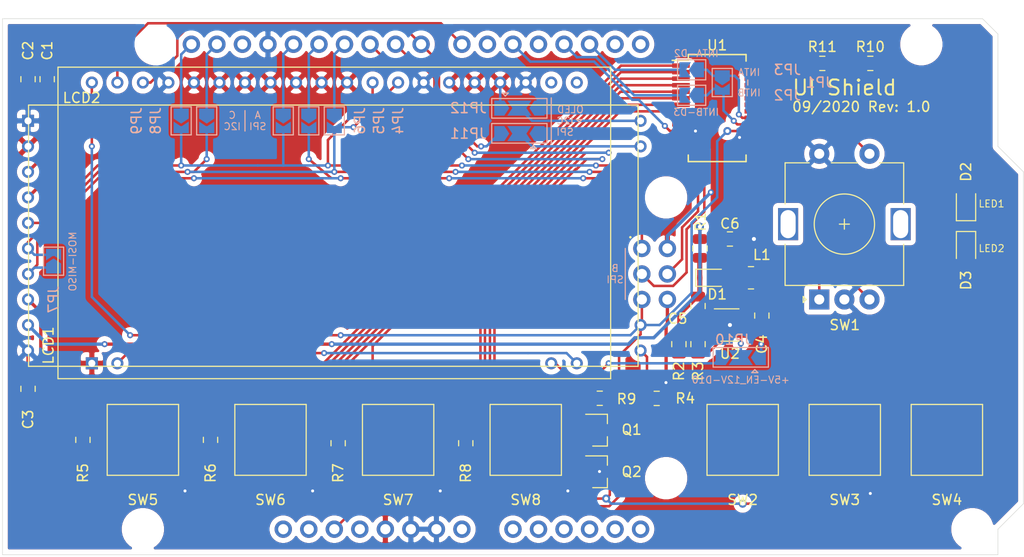
<source format=kicad_pcb>
(kicad_pcb (version 20171130) (host pcbnew 5.1.6)
  (title_block (title "UI Shield") (date 2020-09-26) (comment 1 "ignore courtyard overlaps LCD1/LCD2, LCD1/C1") (comment 2 "Shield Size equal to Arduino Mega/Due"))
  (layers (0 F.Cu signal) (31 B.Cu signal) (34 B.Paste user) (35 F.Paste user) (36 B.SilkS user) (37 F.SilkS user) (38 B.Mask user) (39 F.Mask user) (44 Edge.Cuts user))
  (net 0 "")
  (net 1 /IO_CS)
  (net 2 /SCK)
  (net 3 /MOSI)
  (net 4 /MISO)
  (net 5 /~RESET)
  (net 6 /IO_INTB)
  (net 7 /IO_INTA)
  (net 8 /A0)
  (net 9 /VIN)
  (net 10 GND)
  (net 11 +5V)
  (net 12 +3V3)
  (net 13 "Net-(XA1-PadIORF)")
  (net 14 /TX)
  (net 15 /RX)
  (net 16 /D2)
  (net 17 /D3)
  (net 18 /D4)
  (net 19 /D6)
  (net 20 /LCD_RS)
  (net 21 /LCD_CS)
  (net 22 /LCD_LED)
  (net 23 /SCL)
  (net 24 /SDA)
  (net 25 /AREF)
  (net 26 /A1)
  (net 27 /A2)
  (net 28 /A3)
  (net 29 /A4)
  (net 30 /A5)
  (net 31 "Net-(LCD1-Pad2)")
  (net 32 "Net-(LCD1-Pad19)")
  (net 33 "Net-(LCD1-Pad21)")
  (net 34 "Net-(LCD1-Pad22)")
  (net 35 "Net-(R5-Pad2)")
  (net 36 /LED5)
  (net 37 /LED6)
  (net 38 "Net-(R6-Pad2)")
  (net 39 /LED7)
  (net 40 "Net-(R7-Pad2)")
  (net 41 "Net-(R8-Pad2)")
  (net 42 /LED8)
  (net 43 /A)
  (net 44 /B)
  (net 45 /SW1)
  (net 46 /SW2)
  (net 47 /SW3)
  (net 48 /SW4)
  (net 49 /SW5)
  (net 50 /SW6)
  (net 51 /SW7)
  (net 52 /SW8)
  (net 53 "Net-(C2-Pad1)")
  (net 54 +12V)
  (net 55 "Net-(C3-Pad1)")
  (net 56 "Net-(C5-Pad2)")
  (net 57 "Net-(D1-Pad2)")
  (net 58 "Net-(Q1-Pad3)")
  (net 59 "Net-(R2-Pad2)")
  (net 60 "Net-(C1-Pad2)")
  (net 61 "Net-(D2-Pad2)")
  (net 62 "Net-(D3-Pad2)")
  (net 63 /LED1)
  (net 64 /LED2)
  (net 65 "Net-(D2-Pad1)")
  (net 66 "Net-(LCD2-Pad11)")
  (net 67 /SW_LED)
  (net 68 "Net-(JP4-Pad1)")
  (net 69 "Net-(JP5-Pad1)")
  (net 70 "Net-(JP6-Pad1)")
  (net 71 /12V_EN)
  (net 72 /_LCD_CS)
  (net 73 /BS1)
  (module project:Arduino_Shield_Large (layer F.Cu) (at 81.28 127)
    (fp_text reference XA1)
    (fp_text value Arduino_Shield)
    (fp_text user . (at 62.484 -32.004) (layer F.SilkS))
    (pad "" np_thru_hole circle (at 91.44 -50.8) (size 3.2 3.2) (drill 3.2) (layers *.Cu *.Mask))
    (pad "" np_thru_hole circle (at 96.52 -2.54) (size 3.2 3.2) (drill 3.2) (layers *.Cu *.Mask))
    (pad MISO thru_hole oval (at 63.627 -30.48) (size 1.7272 1.7272) (drill 1.016) (layers *.Cu *.Mask) (net 4 /MISO))
    (pad A5 thru_hole oval (at 63.5 -2.54) (size 1.7272 1.7272) (drill 1.016) (layers *.Cu *.Mask) (net 30 /A5))
    (pad A4 thru_hole oval (at 60.96 -2.54) (size 1.7272 1.7272) (drill 1.016) (layers *.Cu *.Mask) (net 29 /A4))
    (pad A3 thru_hole oval (at 58.42 -2.54) (size 1.7272 1.7272) (drill 1.016) (layers *.Cu *.Mask) (net 28 /A3))
    (pad A2 thru_hole oval (at 55.88 -2.54) (size 1.7272 1.7272) (drill 1.016) (layers *.Cu *.Mask) (net 27 /A2))
    (pad A1 thru_hole oval (at 53.34 -2.54) (size 1.7272 1.7272) (drill 1.016) (layers *.Cu *.Mask) (net 26 /A1))
    (pad "" thru_hole oval (at 27.94 -2.54) (size 1.7272 1.7272) (drill 1.016) (layers *.Cu *.Mask))
    (pad D11 thru_hole oval (at 34.036 -50.8) (size 1.7272 1.7272) (drill 1.016) (layers *.Cu *.Mask) (net 68 "Net-(JP4-Pad1)"))
    (pad D12 thru_hole oval (at 31.496 -50.8) (size 1.7272 1.7272) (drill 1.016) (layers *.Cu *.Mask) (net 69 "Net-(JP5-Pad1)"))
    (pad D13 thru_hole oval (at 28.956 -50.8) (size 1.7272 1.7272) (drill 1.016) (layers *.Cu *.Mask) (net 70 "Net-(JP6-Pad1)"))
    (pad AREF thru_hole oval (at 23.876 -50.8) (size 1.7272 1.7272) (drill 1.016) (layers *.Cu *.Mask) (net 25 /AREF))
    (pad SDA thru_hole oval (at 21.336 -50.8) (size 1.7272 1.7272) (drill 1.016) (layers *.Cu *.Mask) (net 24 /SDA))
    (pad SCL thru_hole oval (at 18.796 -50.8) (size 1.7272 1.7272) (drill 1.016) (layers *.Cu *.Mask) (net 23 /SCL))
    (pad "" np_thru_hole circle (at 13.97 -2.54) (size 3.2 3.2) (drill 3.2) (layers *.Cu *.Mask))
    (pad "" np_thru_hole circle (at 15.24 -50.8) (size 3.2 3.2) (drill 3.2) (layers *.Cu *.Mask))
    (pad "" np_thru_hole circle (at 66.04 -35.56) (size 3.2 3.2) (drill 3.2) (layers *.Cu *.Mask))
    (pad "" np_thru_hole circle (at 66.04 -7.62) (size 3.2 3.2) (drill 3.2) (layers *.Cu *.Mask))
    (pad D10 thru_hole oval (at 36.576 -50.8) (size 1.7272 1.7272) (drill 1.016) (layers *.Cu *.Mask) (net 22 /LCD_LED))
    (pad D9 thru_hole oval (at 39.116 -50.8) (size 1.7272 1.7272) (drill 1.016) (layers *.Cu *.Mask) (net 67 /SW_LED))
    (pad D8 thru_hole oval (at 41.656 -50.8) (size 1.7272 1.7272) (drill 1.016) (layers *.Cu *.Mask) (net 21 /LCD_CS))
    (pad GND1 thru_hole oval (at 26.416 -50.8) (size 1.7272 1.7272) (drill 1.016) (layers *.Cu *.Mask) (net 10 GND))
    (pad D7 thru_hole oval (at 45.72 -50.8) (size 1.7272 1.7272) (drill 1.016) (layers *.Cu *.Mask) (net 20 /LCD_RS))
    (pad D6 thru_hole oval (at 48.26 -50.8) (size 1.7272 1.7272) (drill 1.016) (layers *.Cu *.Mask) (net 19 /D6))
    (pad D5 thru_hole oval (at 50.8 -50.8) (size 1.7272 1.7272) (drill 1.016) (layers *.Cu *.Mask) (net 1 /IO_CS))
    (pad D4 thru_hole oval (at 53.34 -50.8) (size 1.7272 1.7272) (drill 1.016) (layers *.Cu *.Mask) (net 18 /D4))
    (pad D3 thru_hole oval (at 55.88 -50.8) (size 1.7272 1.7272) (drill 1.016) (layers *.Cu *.Mask) (net 17 /D3))
    (pad D2 thru_hole oval (at 58.42 -50.8) (size 1.7272 1.7272) (drill 1.016) (layers *.Cu *.Mask) (net 16 /D2))
    (pad D1 thru_hole oval (at 60.96 -50.8) (size 1.7272 1.7272) (drill 1.016) (layers *.Cu *.Mask) (net 15 /RX))
    (pad D0 thru_hole oval (at 63.5 -50.8) (size 1.7272 1.7272) (drill 1.016) (layers *.Cu *.Mask) (net 14 /TX))
    (pad IORF thru_hole oval (at 30.48 -2.54) (size 1.7272 1.7272) (drill 1.016) (layers *.Cu *.Mask) (net 13 "Net-(XA1-PadIORF)"))
    (pad RST1 thru_hole oval (at 33.02 -2.54) (size 1.7272 1.7272) (drill 1.016) (layers *.Cu *.Mask) (net 5 /~RESET))
    (pad 3V3 thru_hole oval (at 35.56 -2.54) (size 1.7272 1.7272) (drill 1.016) (layers *.Cu *.Mask) (net 12 +3V3))
    (pad 5V1 thru_hole oval (at 38.1 -2.54) (size 1.7272 1.7272) (drill 1.016) (layers *.Cu *.Mask) (net 11 +5V))
    (pad GND2 thru_hole oval (at 40.64 -2.54) (size 1.7272 1.7272) (drill 1.016) (layers *.Cu *.Mask) (net 10 GND))
    (pad GND3 thru_hole oval (at 43.18 -2.54) (size 1.7272 1.7272) (drill 1.016) (layers *.Cu *.Mask) (net 10 GND))
    (pad VIN thru_hole oval (at 45.72 -2.54) (size 1.7272 1.7272) (drill 1.016) (layers *.Cu *.Mask) (net 9 /VIN))
    (pad A0 thru_hole oval (at 50.8 -2.54) (size 1.7272 1.7272) (drill 1.016) (layers *.Cu *.Mask) (net 8 /A0))
    (pad 5V2 thru_hole oval (at 66.167 -30.48) (size 1.7272 1.7272) (drill 1.016) (layers *.Cu *.Mask) (net 11 +5V))
    (pad SCK thru_hole oval (at 63.627 -27.94) (size 1.7272 1.7272) (drill 1.016) (layers *.Cu *.Mask) (net 2 /SCK))
    (pad MOSI thru_hole oval (at 66.167 -27.94) (size 1.7272 1.7272) (drill 1.016) (layers *.Cu *.Mask) (net 3 /MOSI))
    (pad GND4 thru_hole oval (at 66.167 -25.4) (size 1.7272 1.7272) (drill 1.016) (layers *.Cu *.Mask) (net 10 GND))
    (pad RST2 thru_hole oval (at 63.627 -25.4) (size 1.7272 1.7272) (drill 1.016) (layers *.Cu *.Mask) (net 5 /~RESET))
  )
  (module Rotary_Encoder:RotaryEncoder_Alps_EC11E-Switch_Vertical_H20mm (layer F.Cu) (at 162.56 101.6 90)
    (fp_text reference SW1 (at -2.54 2.54 180) (layer F.SilkS))
    (fp_text value 1)
    (pad A thru_hole rect (at 0 0 90) (size 2 2) (drill 1) (layers *.Cu *.Mask) (net 43 /A))
    (pad C thru_hole circle (at 0 2.5 90) (size 2 2) (drill 1) (layers *.Cu *.Mask) (net 10 GND))
    (pad B thru_hole circle (at 0 5 90) (size 2 2) (drill 1) (layers *.Cu *.Mask) (net 44 /B))
    (pad MP thru_hole rect (at 7.5 -3.1 90) (size 3.2 2) (drill oval 2.8 1.5) (layers *.Cu *.Mask))
    (pad MP thru_hole rect (at 7.5 8.1 90) (size 3.2 2) (drill oval 2.8 1.5) (layers *.Cu *.Mask))
    (pad S2 thru_hole circle (at 14.5 0 90) (size 2 2) (drill 1) (layers *.Cu *.Mask) (net 10 GND))
    (pad S1 thru_hole circle (at 14.5 5 90) (size 2 2) (drill 1) (layers *.Cu *.Mask) (net 45 /SW1))
  )
  (module Package_SO:SSOP-28_5.3x10.2mm_P0.65mm (layer F.Cu) (at 152.4 82.55)
    (fp_text reference U1 (at 0 -6.25) (layer F.SilkS))
    (fp_text value MCP23S17_SS)
    (pad 28 smd rect (at 3.6 -4.225) (size 1.75 0.45) (layers F.Cu F.Paste F.Mask) (net 64 /LED2))
    (pad 27 smd rect (at 3.6 -3.575) (size 1.75 0.45) (layers F.Cu F.Paste F.Mask) (net 63 /LED1))
    (pad 26 smd rect (at 3.6 -2.925) (size 1.75 0.45) (layers F.Cu F.Paste F.Mask) (net 48 /SW4))
    (pad 25 smd rect (at 3.6 -2.275) (size 1.75 0.45) (layers F.Cu F.Paste F.Mask) (net 47 /SW3))
    (pad 24 smd rect (at 3.6 -1.625) (size 1.75 0.45) (layers F.Cu F.Paste F.Mask) (net 46 /SW2))
    (pad 23 smd rect (at 3.6 -0.975) (size 1.75 0.45) (layers F.Cu F.Paste F.Mask) (net 45 /SW1))
    (pad 22 smd rect (at 3.6 -0.325) (size 1.75 0.45) (layers F.Cu F.Paste F.Mask) (net 44 /B))
    (pad 21 smd rect (at 3.6 0.325) (size 1.75 0.45) (layers F.Cu F.Paste F.Mask) (net 43 /A))
    (pad 20 smd rect (at 3.6 0.975) (size 1.75 0.45) (layers F.Cu F.Paste F.Mask) (net 7 /IO_INTA))
    (pad 19 smd rect (at 3.6 1.625) (size 1.75 0.45) (layers F.Cu F.Paste F.Mask) (net 6 /IO_INTB))
    (pad 18 smd rect (at 3.6 2.275) (size 1.75 0.45) (layers F.Cu F.Paste F.Mask) (net 5 /~RESET))
    (pad 17 smd rect (at 3.6 2.925) (size 1.75 0.45) (layers F.Cu F.Paste F.Mask) (net 10 GND))
    (pad 16 smd rect (at 3.6 3.575) (size 1.75 0.45) (layers F.Cu F.Paste F.Mask) (net 10 GND))
    (pad 15 smd rect (at 3.6 4.225) (size 1.75 0.45) (layers F.Cu F.Paste F.Mask) (net 10 GND))
    (pad 14 smd rect (at -3.6 4.225) (size 1.75 0.45) (layers F.Cu F.Paste F.Mask) (net 4 /MISO))
    (pad 13 smd rect (at -3.6 3.575) (size 1.75 0.45) (layers F.Cu F.Paste F.Mask) (net 3 /MOSI))
    (pad 12 smd rect (at -3.6 2.925) (size 1.75 0.45) (layers F.Cu F.Paste F.Mask) (net 2 /SCK))
    (pad 11 smd rect (at -3.6 2.275) (size 1.75 0.45) (layers F.Cu F.Paste F.Mask) (net 1 /IO_CS))
    (pad 10 smd rect (at -3.6 1.625) (size 1.75 0.45) (layers F.Cu F.Paste F.Mask) (net 10 GND))
    (pad 9 smd rect (at -3.6 0.975) (size 1.75 0.45) (layers F.Cu F.Paste F.Mask) (net 11 +5V))
    (pad 8 smd rect (at -3.6 0.325) (size 1.75 0.45) (layers F.Cu F.Paste F.Mask) (net 52 /SW8))
    (pad 7 smd rect (at -3.6 -0.325) (size 1.75 0.45) (layers F.Cu F.Paste F.Mask) (net 42 /LED8))
    (pad 6 smd rect (at -3.6 -0.975) (size 1.75 0.45) (layers F.Cu F.Paste F.Mask) (net 51 /SW7))
    (pad 5 smd rect (at -3.6 -1.625) (size 1.75 0.45) (layers F.Cu F.Paste F.Mask) (net 39 /LED7))
    (pad 4 smd rect (at -3.6 -2.275) (size 1.75 0.45) (layers F.Cu F.Paste F.Mask) (net 50 /SW6))
    (pad 3 smd rect (at -3.6 -2.925) (size 1.75 0.45) (layers F.Cu F.Paste F.Mask) (net 37 /LED6))
    (pad 2 smd rect (at -3.6 -3.575) (size 1.75 0.45) (layers F.Cu F.Paste F.Mask) (net 49 /SW5))
    (pad 1 smd rect (at -3.6 -4.225) (size 1.75 0.45) (layers F.Cu F.Paste F.Mask) (net 36 /LED5))
  )
  (module Resistor_SMD:R_0805_2012Metric (layer F.Cu) (at 89.281 115.57 270)
    (fp_text reference R5 (at 3.302 0 90) (layer F.SilkS))
    (fp_text value 150)
    (pad 2 smd roundrect (at 0.9375 0 270) (size 0.975 1.4) (layers F.Cu F.Paste F.Mask) (net 35 "Net-(R5-Pad2)"))
    (pad 1 smd roundrect (at -0.9375 0 270) (size 0.975 1.4) (layers F.Cu F.Paste F.Mask) (net 36 /LED5))
  )
  (module Resistor_SMD:R_0805_2012Metric (layer F.Cu) (at 101.981 115.57 270)
    (fp_text reference R6 (at 3.302 0 90) (layer F.SilkS))
    (fp_text value 150)
    (pad 2 smd roundrect (at 0.9375 0 270) (size 0.975 1.4) (layers F.Cu F.Paste F.Mask) (net 38 "Net-(R6-Pad2)"))
    (pad 1 smd roundrect (at -0.9375 0 270) (size 0.975 1.4) (layers F.Cu F.Paste F.Mask) (net 37 /LED6))
  )
  (module Resistor_SMD:R_0805_2012Metric (layer F.Cu) (at 114.681 115.9025 270)
    (fp_text reference R7 (at 2.9695 0 90) (layer F.SilkS))
    (fp_text value 150)
    (pad 2 smd roundrect (at 0.9375 0 270) (size 0.975 1.4) (layers F.Cu F.Paste F.Mask) (net 40 "Net-(R7-Pad2)"))
    (pad 1 smd roundrect (at -0.9375 0 270) (size 0.975 1.4) (layers F.Cu F.Paste F.Mask) (net 39 /LED7))
  )
  (module Resistor_SMD:R_0805_2012Metric (layer F.Cu) (at 127.381 115.9025 270)
    (fp_text reference R8 (at 2.9695 0 90) (layer F.SilkS))
    (fp_text value 150)
    (pad 2 smd roundrect (at 0.9375 0 270) (size 0.975 1.4) (layers F.Cu F.Paste F.Mask) (net 41 "Net-(R8-Pad2)"))
    (pad 1 smd roundrect (at -0.9375 0 270) (size 0.975 1.4) (layers F.Cu F.Paste F.Mask) (net 42 /LED8))
  )
  (module project:Marquardt_3006_Series (layer F.Cu) (at 154.94 115.57)
    (fp_text reference SW2 (at 0 5.969) (layer F.SilkS))
    (fp_text value SW_Push)
    (pad 1 smd rect (at 2.5375 4.1375) (size 2.025 1.225) (layers F.Cu F.Paste F.Mask) (net 10 GND))
    (pad 4 smd rect (at -2.5375 4.1375) (size 2.025 1.225) (layers F.Cu F.Paste F.Mask))
    (pad 2 smd rect (at -2.5375 -4.1375) (size 2.025 1.225) (layers F.Cu F.Paste F.Mask) (net 46 /SW2))
    (pad 3 smd rect (at 2.5375 -4.1375) (size 2.025 1.225) (layers F.Cu F.Paste F.Mask))
  )
  (module project:Marquardt_3006_Series (layer F.Cu) (at 165.1 115.57)
    (fp_text reference SW3 (at 0 5.969) (layer F.SilkS))
    (fp_text value SW_Push)
    (pad 1 smd rect (at 2.5375 4.1375) (size 2.025 1.225) (layers F.Cu F.Paste F.Mask) (net 10 GND))
    (pad 4 smd rect (at -2.5375 4.1375) (size 2.025 1.225) (layers F.Cu F.Paste F.Mask))
    (pad 2 smd rect (at -2.5375 -4.1375) (size 2.025 1.225) (layers F.Cu F.Paste F.Mask) (net 47 /SW3))
    (pad 3 smd rect (at 2.5375 -4.1375) (size 2.025 1.225) (layers F.Cu F.Paste F.Mask))
  )
  (module project:Marquardt_3006_Series (layer F.Cu) (at 175.26 115.57)
    (fp_text reference SW4 (at 0 5.969) (layer F.SilkS))
    (fp_text value SW_Push)
    (pad 1 smd rect (at 2.5375 4.1375) (size 2.025 1.225) (layers F.Cu F.Paste F.Mask) (net 10 GND))
    (pad 4 smd rect (at -2.5375 4.1375) (size 2.025 1.225) (layers F.Cu F.Paste F.Mask))
    (pad 2 smd rect (at -2.5375 -4.1375) (size 2.025 1.225) (layers F.Cu F.Paste F.Mask) (net 48 /SW4))
    (pad 3 smd rect (at 2.5375 -4.1375) (size 2.025 1.225) (layers F.Cu F.Paste F.Mask))
  )
  (module project:Marquardt_3006_Series (layer F.Cu) (at 95.25 115.57)
    (fp_text reference SW5 (at 0 5.969) (layer F.SilkS))
    (fp_text value SW_Push_LED)
    (pad 1 smd rect (at 2.5375 4.1375) (size 2.025 1.225) (layers F.Cu F.Paste F.Mask) (net 10 GND))
    (pad 4 smd rect (at -2.5375 4.1375) (size 2.025 1.225) (layers F.Cu F.Paste F.Mask) (net 35 "Net-(R5-Pad2)"))
    (pad 2 smd rect (at -2.5375 -4.1375) (size 2.025 1.225) (layers F.Cu F.Paste F.Mask) (net 49 /SW5))
    (pad 3 smd rect (at 2.5375 -4.1375) (size 2.025 1.225) (layers F.Cu F.Paste F.Mask) (net 65 "Net-(D2-Pad1)"))
  )
  (module project:Marquardt_3006_Series (layer F.Cu) (at 107.95 115.57)
    (fp_text reference SW6 (at 0 5.969) (layer F.SilkS))
    (fp_text value SW_Push_LED)
    (pad 1 smd rect (at 2.5375 4.1375) (size 2.025 1.225) (layers F.Cu F.Paste F.Mask) (net 10 GND))
    (pad 4 smd rect (at -2.5375 4.1375) (size 2.025 1.225) (layers F.Cu F.Paste F.Mask) (net 38 "Net-(R6-Pad2)"))
    (pad 2 smd rect (at -2.5375 -4.1375) (size 2.025 1.225) (layers F.Cu F.Paste F.Mask) (net 50 /SW6))
    (pad 3 smd rect (at 2.5375 -4.1375) (size 2.025 1.225) (layers F.Cu F.Paste F.Mask) (net 65 "Net-(D2-Pad1)"))
  )
  (module project:Marquardt_3006_Series (layer F.Cu) (at 120.65 115.57)
    (fp_text reference SW7 (at 0 5.969) (layer F.SilkS))
    (fp_text value SW_Push_LED)
    (pad 1 smd rect (at 2.5375 4.1375) (size 2.025 1.225) (layers F.Cu F.Paste F.Mask) (net 10 GND))
    (pad 4 smd rect (at -2.5375 4.1375) (size 2.025 1.225) (layers F.Cu F.Paste F.Mask) (net 40 "Net-(R7-Pad2)"))
    (pad 2 smd rect (at -2.5375 -4.1375) (size 2.025 1.225) (layers F.Cu F.Paste F.Mask) (net 51 /SW7))
    (pad 3 smd rect (at 2.5375 -4.1375) (size 2.025 1.225) (layers F.Cu F.Paste F.Mask) (net 65 "Net-(D2-Pad1)"))
  )
  (module project:Marquardt_3006_Series (layer F.Cu) (at 133.35 115.57)
    (fp_text reference SW8 (at 0 5.969) (layer F.SilkS))
    (fp_text value SW_Push_LED)
    (pad 1 smd rect (at 2.5375 4.1375) (size 2.025 1.225) (layers F.Cu F.Paste F.Mask) (net 10 GND))
    (pad 4 smd rect (at -2.5375 4.1375) (size 2.025 1.225) (layers F.Cu F.Paste F.Mask) (net 41 "Net-(R8-Pad2)"))
    (pad 2 smd rect (at -2.5375 -4.1375) (size 2.025 1.225) (layers F.Cu F.Paste F.Mask) (net 52 /SW8))
    (pad 3 smd rect (at 2.5375 -4.1375) (size 2.025 1.225) (layers F.Cu F.Paste F.Mask) (net 65 "Net-(D2-Pad1)"))
  )
  (module Resistor_SMD:R_0805_2012Metric (layer F.Cu) (at 146.3825 111.4425 180)
    (fp_text reference R4 (at -2.8425 0) (layer F.SilkS))
    (fp_text value 910k)
    (pad 2 smd roundrect (at 0.9375 0 180) (size 0.975 1.4) (layers F.Cu F.Paste F.Mask) (net 66 "Net-(LCD2-Pad11)"))
    (pad 1 smd roundrect (at -0.9375 0 180) (size 0.975 1.4) (layers F.Cu F.Paste F.Mask) (net 10 GND))
  )
  (module EA_Display:DOGM162_with_LED (layer F.Cu) (at 90.17 107.95)
    (fp_text reference LCD1 (at -4.318 -1.778 90) (layer F.SilkS))
    (fp_text value EA_DOGM163_with_LED)
    (pad 20 thru_hole circle (at 48.26 0) (size 1.2 1.2) (drill 0.7) (layers *.Cu *.Mask) (net 31 "Net-(LCD1-Pad2)"))
    (pad 19 thru_hole circle (at 45.72 0) (size 1.2 1.2) (drill 0.7) (layers *.Cu *.Mask) (net 32 "Net-(LCD1-Pad19)"))
    (pad 2 thru_hole circle (at 2.54 0) (size 1.2 1.2) (drill 0.7) (layers *.Cu *.Mask) (net 31 "Net-(LCD1-Pad2)"))
    (pad 1 thru_hole rect (at 0 0) (size 1.2 1.2) (drill 0.7) (layers *.Cu *.Mask) (net 11 +5V))
    (pad 40 thru_hole circle (at 0 -27.94) (size 1.2 1.2) (drill 0.7) (layers *.Cu *.Mask) (net 5 /~RESET))
    (pad 39 thru_hole circle (at 2.54 -27.94) (size 1.2 1.2) (drill 0.7) (layers *.Cu *.Mask) (net 20 /LCD_RS))
    (pad 38 thru_hole circle (at 5.08 -27.94) (size 1.2 1.2) (drill 0.7) (layers *.Cu *.Mask) (net 21 /LCD_CS))
    (pad 37 thru_hole circle (at 7.62 -27.94) (size 1.2 1.2) (drill 0.7) (layers *.Cu *.Mask) (net 10 GND))
    (pad 36 thru_hole circle (at 10.16 -27.94) (size 1.2 1.2) (drill 0.7) (layers *.Cu *.Mask) (net 11 +5V))
    (pad 35 thru_hole circle (at 12.7 -27.94) (size 1.2 1.2) (drill 0.7) (layers *.Cu *.Mask) (net 11 +5V))
    (pad 34 thru_hole circle (at 15.24 -27.94) (size 1.2 1.2) (drill 0.7) (layers *.Cu *.Mask) (net 11 +5V))
    (pad 33 thru_hole circle (at 17.78 -27.94) (size 1.2 1.2) (drill 0.7) (layers *.Cu *.Mask) (net 11 +5V))
    (pad 32 thru_hole circle (at 20.32 -27.94) (size 1.2 1.2) (drill 0.7) (layers *.Cu *.Mask) (net 11 +5V))
    (pad 31 thru_hole circle (at 22.86 -27.94) (size 1.2 1.2) (drill 0.7) (layers *.Cu *.Mask) (net 11 +5V))
    (pad 30 thru_hole circle (at 25.4 -27.94) (size 1.2 1.2) (drill 0.7) (layers *.Cu *.Mask) (net 11 +5V))
    (pad 29 thru_hole circle (at 27.94 -27.94) (size 1.2 1.2) (drill 0.7) (layers *.Cu *.Mask) (net 2 /SCK))
    (pad 28 thru_hole circle (at 30.48 -27.94) (size 1.2 1.2) (drill 0.7) (layers *.Cu *.Mask) (net 3 /MOSI))
    (pad 27 thru_hole circle (at 33.02 -27.94) (size 1.2 1.2) (drill 0.7) (layers *.Cu *.Mask) (net 10 GND))
    (pad 26 thru_hole circle (at 35.56 -27.94) (size 1.2 1.2) (drill 0.7) (layers *.Cu *.Mask) (net 11 +5V))
    (pad 25 thru_hole circle (at 38.1 -27.94) (size 1.2 1.2) (drill 0.7) (layers *.Cu *.Mask) (net 11 +5V))
    (pad 24 thru_hole circle (at 40.64 -27.94) (size 1.2 1.2) (drill 0.7) (layers *.Cu *.Mask) (net 11 +5V))
    (pad 23 thru_hole circle (at 43.18 -27.94) (size 1.2 1.2) (drill 0.7) (layers *.Cu *.Mask) (net 10 GND))
    (pad 22 thru_hole circle (at 45.72 -27.94) (size 1.2 1.2) (drill 0.7) (layers *.Cu *.Mask) (net 34 "Net-(LCD1-Pad22)"))
    (pad 21 thru_hole circle (at 48.26 -27.94) (size 1.2 1.2) (drill 0.7) (layers *.Cu *.Mask) (net 33 "Net-(LCD1-Pad21)"))
  )
  (module EA_Display:OLEDM204_6GGA (layer F.Cu) (at 83.82 83.82 270)
    (fp_text reference LCD2 (at -2.286 -5.334 180) (layer F.SilkS))
    (fp_text value EA_OLEDM204)
    (pad 20 thru_hole circle (at 0 -60.96 270) (size 1.2 1.2) (drill 0.7) (layers *.Cu *.Mask) (net 73 /BS1))
    (pad 19 thru_hole circle (at 2.54 -60.96 270) (size 1.2 1.2) (drill 0.7) (layers *.Cu *.Mask) (net 72 /_LCD_CS))
    (pad 12 thru_hole circle (at 20.32 -60.96 270) (size 1.2 1.2) (drill 0.7) (layers *.Cu *.Mask) (net 5 /~RESET))
    (pad 11 thru_hole circle (at 22.86 -60.96 270) (size 1.2 1.2) (drill 0.7) (layers *.Cu *.Mask) (net 66 "Net-(LCD2-Pad11)"))
    (pad 10 thru_hole circle (at 22.86 0 270) (size 1.2 1.2) (drill 0.7) (layers *.Cu *.Mask) (net 10 GND))
    (pad 9 thru_hole circle (at 20.32 0 270) (size 1.2 1.2) (drill 0.7) (layers *.Cu *.Mask) (net 54 +12V))
    (pad 8 thru_hole circle (at 17.78 0 270) (size 1.2 1.2) (drill 0.7) (layers *.Cu *.Mask) (net 55 "Net-(C3-Pad1)"))
    (pad 7 thru_hole circle (at 15.24 0 270) (size 1.2 1.2) (drill 0.7) (layers *.Cu *.Mask) (net 4 /MISO))
    (pad 6 thru_hole circle (at 12.7 0 270) (size 1.2 1.2) (drill 0.7) (layers *.Cu *.Mask) (net 3 /MOSI))
    (pad 5 thru_hole circle (at 10.16 0 270) (size 1.2 1.2) (drill 0.7) (layers *.Cu *.Mask) (net 2 /SCK))
    (pad 4 thru_hole circle (at 7.62 0 270) (size 1.2 1.2) (drill 0.7) (layers *.Cu *.Mask) (net 60 "Net-(C1-Pad2)"))
    (pad 3 thru_hole circle (at 5.08 0 270) (size 1.2 1.2) (drill 0.7) (layers *.Cu *.Mask) (net 53 "Net-(C2-Pad1)"))
    (pad 2 thru_hole circle (at 2.54 0 270) (size 1.2 1.2) (drill 0.7) (layers *.Cu *.Mask) (net 11 +5V))
    (pad 1 thru_hole rect (at 0 0 270) (size 1.2 1.2) (drill 0.7) (layers *.Cu *.Mask) (net 10 GND))
  )
  (module Package_TO_SOT_SMD:SOT-23 (layer F.Cu) (at 140.716 114.6048)
    (fp_text reference Q1 (at 3.175 -0.0508) (layer F.SilkS))
    (fp_text value BSR14)
    (pad 3 smd rect (at 1 0) (size 0.9 0.8) (layers F.Cu F.Paste F.Mask) (net 58 "Net-(Q1-Pad3)"))
    (pad 2 smd rect (at -1 0.95) (size 0.9 0.8) (layers F.Cu F.Paste F.Mask) (net 10 GND))
    (pad 1 smd rect (at -1 -0.95) (size 0.9 0.8) (layers F.Cu F.Paste F.Mask) (net 22 /LCD_LED))
  )
  (module Resistor_SMD:R_0805_2012Metric (layer F.Cu) (at 150.6855 96.52 270)
    (fp_text reference R1 (at -2.667 -0.0635 90) (layer F.SilkS))
    (fp_text value 100)
    (pad 2 smd roundrect (at 0.9375 0 270) (size 0.975 1.4) (layers F.Cu F.Paste F.Mask) (net 56 "Net-(C5-Pad2)"))
    (pad 1 smd roundrect (at -0.9375 0 270) (size 0.975 1.4) (layers F.Cu F.Paste F.Mask) (net 54 +12V))
  )
  (module Resistor_SMD:R_0805_2012Metric (layer F.Cu) (at 148.59 106.045 270)
    (fp_text reference R2 (at 2.6924 0 90) (layer F.SilkS))
    (fp_text value 240k)
    (pad 2 smd roundrect (at 0.9375 0 270) (size 0.975 1.4) (layers F.Cu F.Paste F.Mask) (net 59 "Net-(R2-Pad2)"))
    (pad 1 smd roundrect (at -0.9375 0 270) (size 0.975 1.4) (layers F.Cu F.Paste F.Mask) (net 56 "Net-(C5-Pad2)"))
  )
  (module Resistor_SMD:R_0805_2012Metric (layer F.Cu) (at 150.495 106.045 90)
    (fp_text reference R3 (at -2.6924 0 90) (layer F.SilkS))
    (fp_text value 27k)
    (pad 2 smd roundrect (at 0.9375 0 90) (size 0.975 1.4) (layers F.Cu F.Paste F.Mask) (net 10 GND))
    (pad 1 smd roundrect (at -0.9375 0 90) (size 0.975 1.4) (layers F.Cu F.Paste F.Mask) (net 59 "Net-(R2-Pad2)"))
  )
  (module Resistor_SMD:R_0805_2012Metric (layer F.Cu) (at 140.716 111.4298 180)
    (fp_text reference R9 (at -2.667 -0.0762) (layer F.SilkS))
    (fp_text value 20)
    (pad 1 smd roundrect (at -0.9375 0 180) (size 0.975 1.4) (layers F.Cu F.Paste F.Mask) (net 58 "Net-(Q1-Pad3)"))
    (pad 2 smd roundrect (at 0.9375 0 180) (size 0.975 1.4) (layers F.Cu F.Paste F.Mask) (net 32 "Net-(LCD1-Pad19)"))
  )
  (module Inductor_SMD:L_1008_2520Metric (layer F.Cu) (at 155.7655 99.441 180)
    (fp_text reference L1 (at -1.0795 2.286 180) (layer F.SilkS))
    (fp_text value 33uH)
    (pad 2 smd roundrect (at 1.075 0 180) (size 1.25 2.2) (layers F.Cu F.Paste F.Mask) (roundrect_rratio 0.2) (net 57 "Net-(D1-Pad2)"))
    (pad 1 smd roundrect (at -1.075 0 180) (size 1.25 2.2) (layers F.Cu F.Paste F.Mask) (roundrect_rratio 0.2) (net 11 +5V))
  )
  (module Capacitor_SMD:C_0805_2012Metric (layer F.Cu) (at 83.82 110.49 90)
    (fp_text reference C3 (at -3.048 0 90) (layer F.SilkS))
    (fp_text value 2.2u)
    (pad 2 smd roundrect (at 0.9375 0 90) (size 0.975 1.4) (layers F.Cu F.Paste F.Mask) (net 10 GND))
    (pad 1 smd roundrect (at -0.9375 0 90) (size 0.975 1.4) (layers F.Cu F.Paste F.Mask) (net 55 "Net-(C3-Pad1)"))
  )
  (module Capacitor_SMD:C_0805_2012Metric (layer F.Cu) (at 156.845 103.2025 270)
    (fp_text reference C4 (at 2.8425 0 90) (layer F.SilkS))
    (fp_text value 4.7u)
    (pad 2 smd roundrect (at 0.9375 0 270) (size 0.975 1.4) (layers F.Cu F.Paste F.Mask) (net 10 GND))
    (pad 1 smd roundrect (at -0.9375 0 270) (size 0.975 1.4) (layers F.Cu F.Paste F.Mask) (net 11 +5V))
  )
  (module Capacitor_SMD:C_0805_2012Metric (layer F.Cu) (at 150.495 102.25 90)
    (fp_text reference C5 (at -1.255 -2.032 180) (layer F.SilkS))
    (fp_text value 1u)
    (pad 2 smd roundrect (at 0.9375 0 90) (size 0.975 1.4) (layers F.Cu F.Paste F.Mask) (net 56 "Net-(C5-Pad2)"))
    (pad 1 smd roundrect (at -0.9375 0 90) (size 0.975 1.4) (layers F.Cu F.Paste F.Mask) (net 10 GND))
  )
  (module Capacitor_SMD:C_0805_2012Metric (layer F.Cu) (at 153.67 95.5802 180)
    (fp_text reference C6 (at 0 1.524) (layer F.SilkS))
    (fp_text value 2.2u)
    (pad 2 smd roundrect (at 0.9375 0 180) (size 0.975 1.4) (layers F.Cu F.Paste F.Mask) (net 54 +12V))
    (pad 1 smd roundrect (at -0.9375 0 180) (size 0.975 1.4) (layers F.Cu F.Paste F.Mask) (net 10 GND))
  )
  (module Diode_SMD:D_SOD-323F (layer F.Cu) (at 151.765 99.441)
    (fp_text reference D1 (at 0.635 1.651) (layer F.SilkS))
    (fp_text value BAT54J)
    (pad 2 smd rect (at 1.1 0) (size 0.5 0.5) (layers F.Cu F.Paste F.Mask) (net 57 "Net-(D1-Pad2)"))
    (pad 1 smd rect (at -1.1 0) (size 0.5 0.5) (layers F.Cu F.Paste F.Mask) (net 56 "Net-(C5-Pad2)"))
  )
  (module Capacitor_SMD:C_0805_2012Metric (layer F.Cu) (at 85.725 79.6775 90)
    (fp_text reference C1 (at 2.8425 0 90) (layer F.SilkS))
    (fp_text value 100n)
    (pad 2 smd roundrect (at 0.9375 0 90) (size 0.975 1.4) (layers F.Cu F.Paste F.Mask) (net 60 "Net-(C1-Pad2)"))
    (pad 1 smd roundrect (at -0.9375 0 90) (size 0.975 1.4) (layers F.Cu F.Paste F.Mask) (net 11 +5V))
  )
  (module Capacitor_SMD:C_0805_2012Metric (layer F.Cu) (at 83.82 79.6775 270)
    (fp_text reference C2 (at -2.8425 0 90) (layer F.SilkS))
    (fp_text value 100n)
    (pad 1 smd roundrect (at -0.9375 0 270) (size 0.975 1.4) (layers F.Cu F.Paste F.Mask) (net 53 "Net-(C2-Pad1)"))
    (pad 2 smd roundrect (at 0.9375 0 270) (size 0.975 1.4) (layers F.Cu F.Paste F.Mask) (net 10 GND))
  )
  (module Package_TO_SOT_SMD:SOT-23-5 (layer F.Cu) (at 153.67 104.14)
    (fp_text reference U2 (at 0 2.8448) (layer F.SilkS))
    (fp_text value LM2705)
    (pad 1 smd rect (at -1.1 -0.95) (size 1.06 0.65) (layers F.Cu F.Paste F.Mask) (net 57 "Net-(D1-Pad2)"))
    (pad 2 smd rect (at -1.1 0) (size 1.06 0.65) (layers F.Cu F.Paste F.Mask) (net 10 GND))
    (pad 3 smd rect (at -1.1 0.95) (size 1.06 0.65) (layers F.Cu F.Paste F.Mask) (net 59 "Net-(R2-Pad2)"))
    (pad 4 smd rect (at 1.1 0.95) (size 1.06 0.65) (layers F.Cu F.Paste F.Mask) (net 71 /12V_EN))
    (pad 5 smd rect (at 1.1 -0.95) (size 1.06 0.65) (layers F.Cu F.Paste F.Mask) (net 11 +5V))
  )
  (module LED_SMD:LED_0805_2012Metric (layer F.Cu) (at 177.165 92.075 90)
    (fp_text reference D2 (at 3.175 0 90) (layer F.SilkS))
    (fp_text value LED)
    (pad 2 smd roundrect (at 0.9375 0 90) (size 0.975 1.4) (layers F.Cu F.Paste F.Mask) (net 61 "Net-(D2-Pad2)"))
    (pad 1 smd roundrect (at -0.9375 0 90) (size 0.975 1.4) (layers F.Cu F.Paste F.Mask) (net 65 "Net-(D2-Pad1)"))
  )
  (module LED_SMD:LED_0805_2012Metric (layer F.Cu) (at 177.165 96.52 270)
    (fp_text reference D3 (at 3.175 0 90) (layer F.SilkS))
    (fp_text value LED)
    (pad 1 smd roundrect (at -0.9375 0 270) (size 0.975 1.4) (layers F.Cu F.Paste F.Mask) (net 65 "Net-(D2-Pad1)"))
    (pad 2 smd roundrect (at 0.9375 0 270) (size 0.975 1.4) (layers F.Cu F.Paste F.Mask) (net 62 "Net-(D3-Pad2)"))
  )
  (module Resistor_SMD:R_0805_2012Metric (layer F.Cu) (at 167.64 78.105)
    (fp_text reference R10 (at 0 -1.65) (layer F.SilkS))
    (fp_text value 560)
    (pad 2 smd roundrect (at 0.9375 0) (size 0.975 1.4) (layers F.Cu F.Paste F.Mask) (net 61 "Net-(D2-Pad2)"))
    (pad 1 smd roundrect (at -0.9375 0) (size 0.975 1.4) (layers F.Cu F.Paste F.Mask) (net 63 /LED1))
  )
  (module Resistor_SMD:R_0805_2012Metric (layer F.Cu) (at 162.8625 78.105)
    (fp_text reference R11 (at 0 -1.65) (layer F.SilkS))
    (fp_text value 560)
    (pad 1 smd roundrect (at -0.9375 0) (size 0.975 1.4) (layers F.Cu F.Paste F.Mask) (net 64 /LED2))
    (pad 2 smd roundrect (at 0.9375 0) (size 0.975 1.4) (layers F.Cu F.Paste F.Mask) (net 62 "Net-(D3-Pad2)"))
  )
  (module Package_TO_SOT_SMD:SOT-23 (layer F.Cu) (at 140.716 118.745)
    (fp_text reference Q2 (at 3.175 0) (layer F.SilkS))
    (fp_text value BSR14)
    (pad 1 smd rect (at -1 -0.95) (size 0.9 0.8) (layers F.Cu F.Paste F.Mask) (net 67 /SW_LED))
    (pad 2 smd rect (at -1 0.95) (size 0.9 0.8) (layers F.Cu F.Paste F.Mask) (net 10 GND))
    (pad 3 smd rect (at 1 0) (size 0.9 0.8) (layers F.Cu F.Paste F.Mask) (net 65 "Net-(D2-Pad1)"))
  )
  (module Jumper:SolderJumper-2_P1.3mm_Open_TrianglePad1.0x1.5mm (layer B.Cu) (at 109.22 83.82 270)
    (fp_text reference JP6 (at 0 -7.62 90) (layer B.SilkS) (effects (justify mirror)))
    (fp_text value SolderJumper_2_Open)
    (pad 2 smd custom (at 0.725 0 270) (size 0.3 0.3) (layers B.Cu B.Mask) (net 2 /SCK) (options (clearance outline) (anchor rect)) (primitives (gr_poly (pts (xy -0.65 0.75) (xy 0.5 0.75) (xy 0.5 -0.75) (xy -0.65 -0.75) (xy -0.15 0)) (width 0))))
    (pad 1 smd custom (at -0.725 0 270) (size 0.3 0.3) (layers B.Cu B.Mask) (net 70 "Net-(JP6-Pad1)") (options (clearance outline) (anchor rect)) (primitives (gr_poly (pts (xy -0.5 0.75) (xy 0.5 0.75) (xy 1 0) (xy 0.5 -0.75) (xy -0.5 -0.75)) (width 0))))
  )
  (module Jumper:SolderJumper-3_P2.0mm_Open_TrianglePad1.0x1.5mm (layer B.Cu) (at 154.7495 107.3785 180)
    (fp_text reference JP10 (at 0.725 1.775) (layer B.SilkS) (effects (justify mirror)))
    (fp_text value SolderJumper_3_Open)
    (pad 1 smd custom (at -2 0 180) (size 0.3 0.3) (layers B.Cu B.Mask) (net 11 +5V) (options (clearance outline) (anchor rect)) (primitives (gr_poly (pts (xy -0.5 0.75) (xy 0.5 0.75) (xy 1 0) (xy 0.5 -0.75) (xy -0.5 -0.75)) (width 0))))
    (pad 2 smd custom (at 0 0 180) (size 0.3 0.3) (layers B.Cu) (net 71 /12V_EN) (options (clearance outline) (anchor rect)) (primitives (gr_poly (pts (xy -1.2 0.75) (xy 1.2 0.75) (xy 0.7 0) (xy 1.2 -0.75) (xy -1.2 -0.75) (xy -0.7 0)) (width 0))))
    (pad 3 smd custom (at 2 0) (size 0.3 0.3) (layers B.Cu B.Mask) (net 22 /LCD_LED) (options (clearance outline) (anchor rect)) (primitives (gr_poly (pts (xy -0.5 0.75) (xy 0.5 0.75) (xy 1 0) (xy 0.5 -0.75) (xy -0.5 -0.75)) (width 0))))
  )
  (module Jumper:SolderJumper-2_P1.3mm_Open_TrianglePad1.0x1.5mm (layer B.Cu) (at 86.36 97.79 90)
    (fp_text reference JP7 (at -3.81 0 90) (layer B.SilkS) (effects (justify mirror)))
    (fp_text value SolderJumper_2_Open)
    (pad 2 smd custom (at 0.725 0 90) (size 0.3 0.3) (layers B.Cu B.Mask) (net 3 /MOSI) (options (clearance outline) (anchor rect)) (primitives (gr_poly (pts (xy -0.65 0.75) (xy 0.5 0.75) (xy 0.5 -0.75) (xy -0.65 -0.75) (xy -0.15 0)) (width 0))))
    (pad 1 smd custom (at -0.725 0 90) (size 0.3 0.3) (layers B.Cu B.Mask) (net 4 /MISO) (options (clearance outline) (anchor rect)) (primitives (gr_poly (pts (xy -0.5 0.75) (xy 0.5 0.75) (xy 1 0) (xy 0.5 -0.75) (xy -0.5 -0.75)) (width 0))))
  )
  (module Jumper:SolderJumper-2_P1.3mm_Open_TrianglePad1.0x1.5mm (layer B.Cu) (at 152.908 80.01 270)
    (fp_text reference JP1 (at 0 -9.652 180) (layer B.SilkS) (effects (justify mirror)))
    (fp_text value SolderJumper_2_Open)
    (pad 1 smd custom (at -0.725 0 270) (size 0.3 0.3) (layers B.Cu B.Mask) (net 7 /IO_INTA) (options (clearance outline) (anchor rect)) (primitives (gr_poly (pts (xy -0.5 0.75) (xy 0.5 0.75) (xy 1 0) (xy 0.5 -0.75) (xy -0.5 -0.75)) (width 0))))
    (pad 2 smd custom (at 0.725 0 270) (size 0.3 0.3) (layers B.Cu B.Mask) (net 6 /IO_INTB) (options (clearance outline) (anchor rect)) (primitives (gr_poly (pts (xy -0.65 0.75) (xy 0.5 0.75) (xy 0.5 -0.75) (xy -0.65 -0.75) (xy -0.15 0)) (width 0))))
  )
  (module Jumper:SolderJumper-2_P1.3mm_Open_TrianglePad1.0x1.5mm (layer B.Cu) (at 149.86 81.28 180)
    (fp_text reference JP2 (at -9.525 0) (layer B.SilkS) (effects (justify mirror)))
    (fp_text value SolderJumper_2_Open)
    (pad 2 smd custom (at 0.725 0 180) (size 0.3 0.3) (layers B.Cu B.Mask) (net 17 /D3) (options (clearance outline) (anchor rect)) (primitives (gr_poly (pts (xy -0.65 0.75) (xy 0.5 0.75) (xy 0.5 -0.75) (xy -0.65 -0.75) (xy -0.15 0)) (width 0))))
    (pad 1 smd custom (at -0.725 0 180) (size 0.3 0.3) (layers B.Cu B.Mask) (net 6 /IO_INTB) (options (clearance outline) (anchor rect)) (primitives (gr_poly (pts (xy -0.5 0.75) (xy 0.5 0.75) (xy 1 0) (xy 0.5 -0.75) (xy -0.5 -0.75)) (width 0))))
  )
  (module Jumper:SolderJumper-2_P1.3mm_Open_TrianglePad1.0x1.5mm (layer B.Cu) (at 149.86 78.74 180)
    (fp_text reference JP3 (at -9.525 0) (layer B.SilkS) (effects (justify mirror)))
    (fp_text value SolderJumper_2_Open)
    (pad 1 smd custom (at -0.725 0 180) (size 0.3 0.3) (layers B.Cu B.Mask) (net 7 /IO_INTA) (options (clearance outline) (anchor rect)) (primitives (gr_poly (pts (xy -0.5 0.75) (xy 0.5 0.75) (xy 1 0) (xy 0.5 -0.75) (xy -0.5 -0.75)) (width 0))))
    (pad 2 smd custom (at 0.725 0 180) (size 0.3 0.3) (layers B.Cu B.Mask) (net 16 /D2) (options (clearance outline) (anchor rect)) (primitives (gr_poly (pts (xy -0.65 0.75) (xy 0.5 0.75) (xy 0.5 -0.75) (xy -0.65 -0.75) (xy -0.15 0)) (width 0))))
  )
  (module Jumper:SolderJumper-2_P1.3mm_Open_TrianglePad1.0x1.5mm (layer B.Cu) (at 114.3 83.82 270)
    (fp_text reference JP4 (at 0 -6.35 90) (layer B.SilkS) (effects (justify mirror)))
    (fp_text value SolderJumper_2_Open)
    (pad 2 smd custom (at 0.725 0 270) (size 0.3 0.3) (layers B.Cu B.Mask) (net 3 /MOSI) (options (clearance outline) (anchor rect)) (primitives (gr_poly (pts (xy -0.65 0.75) (xy 0.5 0.75) (xy 0.5 -0.75) (xy -0.65 -0.75) (xy -0.15 0)) (width 0))))
    (pad 1 smd custom (at -0.725 0 270) (size 0.3 0.3) (layers B.Cu B.Mask) (net 68 "Net-(JP4-Pad1)") (options (clearance outline) (anchor rect)) (primitives (gr_poly (pts (xy -0.5 0.75) (xy 0.5 0.75) (xy 1 0) (xy 0.5 -0.75) (xy -0.5 -0.75)) (width 0))))
  )
  (module Jumper:SolderJumper-2_P1.3mm_Open_TrianglePad1.0x1.5mm (layer B.Cu) (at 111.76 83.82 270)
    (fp_text reference JP5 (at 0 -6.985 90) (layer B.SilkS) (effects (justify mirror)))
    (fp_text value SolderJumper_2_Open)
    (pad 1 smd custom (at -0.725 0 270) (size 0.3 0.3) (layers B.Cu B.Mask) (net 69 "Net-(JP5-Pad1)") (options (clearance outline) (anchor rect)) (primitives (gr_poly (pts (xy -0.5 0.75) (xy 0.5 0.75) (xy 1 0) (xy 0.5 -0.75) (xy -0.5 -0.75)) (width 0))))
    (pad 2 smd custom (at 0.725 0 270) (size 0.3 0.3) (layers B.Cu B.Mask) (net 4 /MISO) (options (clearance outline) (anchor rect)) (primitives (gr_poly (pts (xy -0.65 0.75) (xy 0.5 0.75) (xy 0.5 -0.75) (xy -0.65 -0.75) (xy -0.15 0)) (width 0))))
  )
  (module Jumper:SolderJumper-2_P1.3mm_Open_TrianglePad1.0x1.5mm (layer B.Cu) (at 101.6 83.82 270)
    (fp_text reference JP8 (at 0 5.08 90) (layer B.SilkS) (effects (justify mirror)))
    (fp_text value SolderJumper_2_Open)
    (pad 2 smd custom (at 0.725 0 270) (size 0.3 0.3) (layers B.Cu B.Mask) (net 3 /MOSI) (options (clearance outline) (anchor rect)) (primitives (gr_poly (pts (xy -0.65 0.75) (xy 0.5 0.75) (xy 0.5 -0.75) (xy -0.65 -0.75) (xy -0.15 0)) (width 0))))
    (pad 1 smd custom (at -0.725 0 270) (size 0.3 0.3) (layers B.Cu B.Mask) (net 24 /SDA) (options (clearance outline) (anchor rect)) (primitives (gr_poly (pts (xy -0.5 0.75) (xy 0.5 0.75) (xy 1 0) (xy 0.5 -0.75) (xy -0.5 -0.75)) (width 0))))
  )
  (module Jumper:SolderJumper-2_P1.3mm_Open_TrianglePad1.0x1.5mm (layer B.Cu) (at 99.06 83.82 270)
    (fp_text reference JP9 (at 0 4.445 90) (layer B.SilkS) (effects (justify mirror)))
    (fp_text value SolderJumper_2_Open)
    (pad 2 smd custom (at 0.725 0 270) (size 0.3 0.3) (layers B.Cu B.Mask) (net 2 /SCK) (options (clearance outline) (anchor rect)) (primitives (gr_poly (pts (xy -0.65 0.75) (xy 0.5 0.75) (xy 0.5 -0.75) (xy -0.65 -0.75) (xy -0.15 0)) (width 0))))
    (pad 1 smd custom (at -0.725 0 270) (size 0.3 0.3) (layers B.Cu B.Mask) (net 23 /SCL) (options (clearance outline) (anchor rect)) (primitives (gr_poly (pts (xy -0.5 0.75) (xy 0.5 0.75) (xy 1 0) (xy 0.5 -0.75) (xy -0.5 -0.75)) (width 0))))
  )
  (module Jumper:SolderJumper-3_P2.0mm_Open_TrianglePad1.0x1.5mm (layer B.Cu) (at 132.715 85.09 180)
    (fp_text reference JP11 (at 5.08 0) (layer B.SilkS) (effects (justify mirror)))
    (fp_text value SolderJumper_3_Open)
    (pad 1 smd custom (at -2 0 180) (size 0.3 0.3) (layers B.Cu B.Mask) (net 10 GND) (options (clearance outline) (anchor rect)) (primitives (gr_poly (pts (xy -0.5 0.75) (xy 0.5 0.75) (xy 1 0) (xy 0.5 -0.75) (xy -0.5 -0.75)) (width 0))))
    (pad 2 smd custom (at 0 0 180) (size 0.3 0.3) (layers B.Cu) (net 72 /_LCD_CS) (options (clearance outline) (anchor rect)) (primitives (gr_poly (pts (xy -1.2 0.75) (xy 1.2 0.75) (xy 0.7 0) (xy 1.2 -0.75) (xy -1.2 -0.75) (xy -0.7 0)) (width 0))))
    (pad 3 smd custom (at 2 0) (size 0.3 0.3) (layers B.Cu B.Mask) (net 21 /LCD_CS) (options (clearance outline) (anchor rect)) (primitives (gr_poly (pts (xy -0.5 0.75) (xy 0.5 0.75) (xy 1 0) (xy 0.5 -0.75) (xy -0.5 -0.75)) (width 0))))
  )
  (module Jumper:SolderJumper-3_P2.0mm_Open_TrianglePad1.0x1.5mm (layer B.Cu) (at 132.715 82.55)
    (fp_text reference JP12 (at -5.08 0) (layer B.SilkS) (effects (justify mirror)))
    (fp_text value SolderJumper_3_Open)
    (pad 3 smd custom (at 2 0 180) (size 0.3 0.3) (layers B.Cu B.Mask) (net 10 GND) (options (clearance outline) (anchor rect)) (primitives (gr_poly (pts (xy -0.5 0.75) (xy 0.5 0.75) (xy 1 0) (xy 0.5 -0.75) (xy -0.5 -0.75)) (width 0))))
    (pad 2 smd custom (at 0 0) (size 0.3 0.3) (layers B.Cu) (net 73 /BS1) (options (clearance outline) (anchor rect)) (primitives (gr_poly (pts (xy -1.2 0.75) (xy 1.2 0.75) (xy 0.7 0) (xy 1.2 -0.75) (xy -1.2 -0.75) (xy -0.7 0)) (width 0))))
    (pad 1 smd custom (at -2 0) (size 0.3 0.3) (layers B.Cu B.Mask) (net 11 +5V) (options (clearance outline) (anchor rect)) (primitives (gr_poly (pts (xy -0.5 0.75) (xy 0.5 0.75) (xy 1 0) (xy 0.5 -0.75) (xy -0.5 -0.75)) (width 0))))
  )
  (gr_line (start 138.684 83.947) (end 138.43 83.693) (layer B.SilkS) (width 0.12))
  (gr_line (start 138.938 83.693) (end 138.684 83.947) (layer B.SilkS) (width 0.12))
  (gr_line (start 138.43 83.693) (end 138.938 83.693) (layer B.SilkS) (width 0.12))
  (gr_line (start 135.89 81.534) (end 135.89 86.106) (layer B.SilkS) (width 0.12))
  (gr_text "OLED\n  I2C\n  SPI" (at 137.795 83.82) (layer B.SilkS) (effects (font (size 0.7 0.7) (thickness 0.1)) (justify mirror)))
  (gr_text MOSI-MISO (at 88.265 97.8154 90) (layer B.SilkS) (effects (font (size 0.7 0.7) (thickness 0.1)) (justify mirror)))
  (gr_text +5V-EN_12V-D10 (at 154.7495 109.601) (layer B.SilkS) (effects (font (size 0.7 0.7) (thickness 0.1)) (justify mirror)))
  (gr_line (start 143.256 96.52) (end 143.256 101.6) (layer B.SilkS) (width 0.12))
  (gr_text "B\nSPI" (at 142.24 99.06) (layer B.SilkS) (effects (font (size 0.7 0.7) (thickness 0.1)) (justify mirror)))
  (gr_line (start 105.41 82.804) (end 105.41 84.836) (layer B.SilkS) (width 0.12))
  (gr_text "C\nI2C" (at 104.14 83.82) (layer B.SilkS) (effects (font (size 0.7 0.7) (thickness 0.1)) (justify mirror)))
  (gr_text "A\nSPI" (at 106.68 83.82) (layer B.SilkS) (effects (font (size 0.7 0.7) (thickness 0.1)) (justify mirror)))
  (gr_text LED2 (at 179.705 96.52) (layer F.SilkS) (effects (font (size 0.7 0.7) (thickness 0.1))))
  (gr_text LED1 (at 179.705 92.075) (layer F.SilkS) (effects (font (size 0.7 0.7) (thickness 0.1))))
  (gr_line (start 155.448 79.756) (end 155.448 80.264) (layer B.SilkS) (width 0.12))
  (gr_text INTB (at 155.575 81.026) (layer B.SilkS) (effects (font (size 0.7 0.7) (thickness 0.1)) (justify mirror)))
  (gr_text INTA (at 155.575 78.994) (layer B.SilkS) (effects (font (size 0.7 0.7) (thickness 0.1)) (justify mirror)))
  (gr_text INTB-D3 (at 150.3172 82.9564) (layer B.SilkS) (effects (font (size 0.7 0.7) (thickness 0.1)) (justify mirror)))
  (gr_text INTA-D2 (at 150.3172 77.1144) (layer B.SilkS) (effects (font (size 0.7 0.7) (thickness 0.1)) (justify mirror)))
  (gr_text "09/2020 Rev: 1.0" (at 159.766 82.423) (layer F.SilkS) (effects (font (size 1 1)) (justify left)))
  (gr_text "UI Shield" (at 159.766 80.518) (layer F.SilkS) (effects (font (size 1.5 1.5) (thickness 0.2)) (justify left)))
  (gr_line (start 180.34 75.184) (end 178.816 73.66) (layer Edge.Cuts) (width 0.05))
  (gr_line (start 180.34 86.36) (end 180.34 75.184) (layer Edge.Cuts) (width 0.05))
  (gr_line (start 182.88 88.9) (end 180.34 86.36) (layer Edge.Cuts) (width 0.05))
  (gr_line (start 182.88 121.92) (end 182.88 88.9) (layer Edge.Cuts) (width 0.05))
  (gr_line (start 180.34 124.46) (end 182.88 121.92) (layer Edge.Cuts) (width 0.05))
  (gr_line (start 180.34 127) (end 180.34 124.46) (layer Edge.Cuts) (width 0.05))
  (gr_line (start 81.28 73.66) (end 178.816 73.66) (layer Edge.Cuts) (width 0.05))
  (gr_line (start 81.28 127) (end 180.34 127) (layer Edge.Cuts) (width 0.05))
  (gr_line (start 81.28 127) (end 81.28 73.66) (layer Edge.Cuts) (width 0.05))
  (segment (start 132.08 76.2) (end 133.810009 77.930009) (width 0.25) (layer B.Cu) (net 1))
  (via (at 147.193 84.328) (size 0.6) (drill 0.3) (layers F.Cu B.Cu) (net 1))
  (segment (start 144.59501 81.73001) (end 147.193 84.328) (width 0.25) (layer B.Cu) (net 1))
  (segment (start 143.95719 81.73001) (end 144.59501 81.73001) (width 0.25) (layer B.Cu) (net 1))
  (segment (start 140.157189 77.930009) (end 143.95719 81.73001) (width 0.25) (layer B.Cu) (net 1))
  (segment (start 133.810009 77.930009) (end 140.157189 77.930009) (width 0.25) (layer B.Cu) (net 1))
  (segment (start 147.69 84.825) (end 148.8 84.825) (width 0.25) (layer F.Cu) (net 1))
  (segment (start 147.193 84.328) (end 147.69 84.825) (width 0.25) (layer F.Cu) (net 1))
  (via (at 140.335 88.265) (size 0.6) (drill 0.3) (layers F.Cu B.Cu) (net 2))
  (segment (start 147.440179 85.475) (end 148.8 85.475) (width 0.25) (layer F.Cu) (net 2))
  (segment (start 144.650179 88.265) (end 147.440179 85.475) (width 0.25) (layer F.Cu) (net 2))
  (segment (start 140.335 88.265) (end 144.650179 88.265) (width 0.25) (layer F.Cu) (net 2))
  (segment (start 140.335 88.265) (end 127 88.265) (width 0.25) (layer B.Cu) (net 2))
  (via (at 127 88.265) (size 0.6) (drill 0.3) (layers F.Cu B.Cu) (net 2))
  (segment (start 109.235 84.47) (end 109.22 84.47) (width 0.25) (layer B.Cu) (net 2))
  (segment (start 109.22 88.265) (end 109.22 84.545) (width 0.25) (layer B.Cu) (net 2))
  (segment (start 109.22 88.265) (end 106.68 88.265) (width 0.25) (layer B.Cu) (net 2))
  (segment (start 99.06 88.265) (end 106.68 88.265) (width 0.25) (layer B.Cu) (net 2))
  (via (at 99.06 88.265) (size 0.6) (drill 0.3) (layers F.Cu B.Cu) (net 2))
  (segment (start 127 88.265) (end 113.665 88.265) (width 0.25) (layer F.Cu) (net 2))
  (via (at 113.665 88.265) (size 0.6) (drill 0.3) (layers F.Cu B.Cu) (net 2))
  (segment (start 109.22 88.265) (end 113.665 88.265) (width 0.25) (layer B.Cu) (net 2))
  (segment (start 118.11 81.28) (end 118.11 80.01) (width 0.25) (layer F.Cu) (net 2))
  (segment (start 113.665 85.725) (end 118.11 81.28) (width 0.25) (layer F.Cu) (net 2))
  (segment (start 113.665 88.265) (end 113.665 85.725) (width 0.25) (layer F.Cu) (net 2))
  (segment (start 149.925 85.475) (end 148.8 85.475) (width 0.25) (layer F.Cu) (net 2))
  (segment (start 151.120001 92.848409) (end 151.120001 86.670001) (width 0.25) (layer F.Cu) (net 2))
  (segment (start 149.357511 94.610899) (end 151.120001 92.848409) (width 0.25) (layer F.Cu) (net 2))
  (segment (start 149.357511 98.908619) (end 149.357511 94.610899) (width 0.25) (layer F.Cu) (net 2))
  (segment (start 148.017529 100.248601) (end 149.357511 98.908619) (width 0.25) (layer F.Cu) (net 2))
  (segment (start 151.120001 86.670001) (end 149.925 85.475) (width 0.25) (layer F.Cu) (net 2))
  (segment (start 146.095601 100.248601) (end 148.017529 100.248601) (width 0.25) (layer F.Cu) (net 2))
  (segment (start 144.907 99.06) (end 146.095601 100.248601) (width 0.25) (layer F.Cu) (net 2))
  (segment (start 90.7542 88.265) (end 99.06 88.265) (width 0.25) (layer F.Cu) (net 2))
  (segment (start 85.0392 93.98) (end 90.7542 88.265) (width 0.25) (layer F.Cu) (net 2))
  (segment (start 83.82 93.98) (end 85.0392 93.98) (width 0.25) (layer F.Cu) (net 2))
  (segment (start 99.06 84.47) (end 99.06 88.265) (width 0.25) (layer B.Cu) (net 2))
  (via (at 116.205 84.455) (size 0.6) (drill 0.3) (layers F.Cu B.Cu) (net 3))
  (segment (start 120.65 80.01) (end 116.205 84.455) (width 0.25) (layer F.Cu) (net 3))
  (segment (start 114.315 84.455) (end 114.3 84.47) (width 0.25) (layer B.Cu) (net 3))
  (segment (start 116.205 84.455) (end 114.315 84.455) (width 0.25) (layer B.Cu) (net 3))
  (via (at 114.3 88.9) (size 0.6) (drill 0.3) (layers F.Cu B.Cu) (net 3))
  (segment (start 114.3 88.9) (end 126.365018 88.9) (width 0.25) (layer F.Cu) (net 3))
  (via (at 126.365018 88.9) (size 0.6) (drill 0.3) (layers F.Cu B.Cu) (net 3))
  (segment (start 139.7 88.9) (end 126.365018 88.9) (width 0.25) (layer B.Cu) (net 3))
  (via (at 139.7 88.9) (size 0.6) (drill 0.3) (layers F.Cu B.Cu) (net 3))
  (segment (start 147.42659 86.125) (end 148.8 86.125) (width 0.25) (layer F.Cu) (net 3))
  (segment (start 144.65159 88.9) (end 147.42659 86.125) (width 0.25) (layer F.Cu) (net 3))
  (segment (start 139.7 88.9) (end 144.65159 88.9) (width 0.25) (layer F.Cu) (net 3))
  (via (at 99.695 88.9) (size 0.6) (drill 0.3) (layers F.Cu B.Cu) (net 3))
  (segment (start 114.3 88.9) (end 99.695 88.9) (width 0.25) (layer B.Cu) (net 3))
  (via (at 101.6 87.63) (size 0.6) (drill 0.3) (layers F.Cu B.Cu) (net 3))
  (segment (start 100.33 88.9) (end 101.6 87.63) (width 0.25) (layer F.Cu) (net 3))
  (segment (start 99.695 88.9) (end 100.33 88.9) (width 0.25) (layer F.Cu) (net 3))
  (segment (start 101.6 87.63) (end 101.6 84.47) (width 0.25) (layer B.Cu) (net 3))
  (segment (start 148.9075 97.5995) (end 148.9075 94.4245) (width 0.25) (layer F.Cu) (net 3))
  (segment (start 150.495 86.784998) (end 149.835002 86.125) (width 0.25) (layer F.Cu) (net 3))
  (segment (start 147.447 99.06) (end 148.9075 97.5995) (width 0.25) (layer F.Cu) (net 3))
  (segment (start 148.9075 94.4245) (end 150.495 92.837) (width 0.25) (layer F.Cu) (net 3))
  (segment (start 149.835002 86.125) (end 148.8 86.125) (width 0.25) (layer F.Cu) (net 3))
  (segment (start 150.495 92.837) (end 150.495 86.784998) (width 0.25) (layer F.Cu) (net 3))
  (segment (start 83.82 95.885) (end 90.805 88.9) (width 0.25) (layer F.Cu) (net 3))
  (segment (start 90.805 88.9) (end 99.695 88.9) (width 0.25) (layer F.Cu) (net 3))
  (segment (start 83.82 96.52) (end 83.82 95.885) (width 0.25) (layer F.Cu) (net 3))
  (segment (start 83.82 96.52) (end 84.455 97.155) (width 0.25) (layer B.Cu) (net 3))
  (segment (start 86.345 97.155) (end 86.36 97.14) (width 0.25) (layer B.Cu) (net 3))
  (segment (start 84.455 97.155) (end 86.345 97.155) (width 0.25) (layer B.Cu) (net 3))
  (segment (start 114.3 84.47) (end 114.3 88.9) (width 0.25) (layer B.Cu) (net 3))
  (segment (start 147.54 86.775) (end 145.415 88.9) (width 0.25) (layer F.Cu) (net 4))
  (segment (start 148.8 86.775) (end 147.54 86.775) (width 0.25) (layer F.Cu) (net 4))
  (segment (start 144.907 89.408) (end 145.415 88.9) (width 0.25) (layer F.Cu) (net 4))
  (segment (start 144.907 96.52) (end 144.907 89.408) (width 0.25) (layer F.Cu) (net 4))
  (via (at 139.065 89.535) (size 0.6) (drill 0.3) (layers F.Cu B.Cu) (net 4))
  (segment (start 139.065 89.535) (end 125.73 89.535) (width 0.25) (layer B.Cu) (net 4))
  (via (at 125.73 89.535) (size 0.6) (drill 0.3) (layers F.Cu B.Cu) (net 4))
  (segment (start 144.78 89.535) (end 139.065 89.535) (width 0.25) (layer F.Cu) (net 4))
  (segment (start 144.907 89.408) (end 144.78 89.535) (width 0.25) (layer F.Cu) (net 4))
  (via (at 100.33 89.535) (size 0.6) (drill 0.3) (layers F.Cu B.Cu) (net 4))
  (segment (start 114.935 89.535) (end 100.33 89.535) (width 0.25) (layer B.Cu) (net 4))
  (segment (start 125.73 89.535) (end 114.935 89.535) (width 0.25) (layer F.Cu) (net 4))
  (via (at 114.935 89.535) (size 0.6) (drill 0.3) (layers F.Cu B.Cu) (net 4))
  (segment (start 111.76 87.63) (end 114.009998 89.535) (width 0.25) (layer F.Cu) (net 4))
  (segment (start 114.009998 89.535) (end 114.935 89.535) (width 0.25) (layer F.Cu) (net 4))
  (via (at 111.76 87.63) (size 0.6) (drill 0.3) (layers F.Cu B.Cu) (net 4))
  (segment (start 90.80641 89.535) (end 100.33 89.535) (width 0.25) (layer F.Cu) (net 4))
  (segment (start 84.745001 95.596409) (end 90.80641 89.535) (width 0.25) (layer F.Cu) (net 4))
  (segment (start 84.745001 98.134999) (end 84.745001 95.596409) (width 0.25) (layer F.Cu) (net 4))
  (segment (start 83.82 99.06) (end 84.745001 98.134999) (width 0.25) (layer F.Cu) (net 4))
  (segment (start 83.82 99.06) (end 84.455 98.425) (width 0.25) (layer B.Cu) (net 4))
  (segment (start 86.345 98.425) (end 86.36 98.44) (width 0.25) (layer B.Cu) (net 4))
  (segment (start 84.455 98.425) (end 86.345 98.425) (width 0.25) (layer B.Cu) (net 4))
  (segment (start 111.76 84.47) (end 111.76 87.63) (width 0.25) (layer B.Cu) (net 4))
  (via (at 153.416 84.836) (size 0.8) (drill 0.4) (layers F.Cu B.Cu) (net 5))
  (segment (start 155.989 84.836) (end 156 84.825) (width 0.25) (layer F.Cu) (net 5))
  (segment (start 153.416 84.836) (end 155.989 84.836) (width 0.25) (layer F.Cu) (net 5))
  (segment (start 152.4 85.852) (end 153.416 84.836) (width 0.25) (layer B.Cu) (net 5))
  (segment (start 152.4 91.44) (end 152.4 85.852) (width 0.25) (layer B.Cu) (net 5))
  (segment (start 149.86 100.94613) (end 149.86 93.98) (width 0.25) (layer B.Cu) (net 5))
  (segment (start 146.66613 104.14) (end 149.86 100.94613) (width 0.25) (layer B.Cu) (net 5))
  (segment (start 149.86 93.98) (end 152.4 91.44) (width 0.25) (layer B.Cu) (net 5))
  (segment (start 144.78 104.14) (end 146.66613 104.14) (width 0.25) (layer B.Cu) (net 5))
  (segment (start 143.764 105.156) (end 114.935 105.156) (width 0.25) (layer B.Cu) (net 5))
  (segment (start 144.78 104.14) (end 143.764 105.156) (width 0.25) (layer B.Cu) (net 5))
  (via (at 114.935 105.156) (size 0.6) (drill 0.3) (layers F.Cu B.Cu) (net 5))
  (segment (start 90.17 80.01) (end 90.17 86.36) (width 0.25) (layer F.Cu) (net 5))
  (via (at 90.17 86.36) (size 0.6) (drill 0.3) (layers F.Cu B.Cu) (net 5))
  (segment (start 114.935 105.156) (end 93.98 105.156) (width 0.25) (layer F.Cu) (net 5))
  (via (at 93.98 105.156) (size 0.6) (drill 0.3) (layers F.Cu B.Cu) (net 5))
  (segment (start 90.17 101.346) (end 90.17 86.36) (width 0.25) (layer B.Cu) (net 5))
  (segment (start 93.98 105.156) (end 90.17 101.346) (width 0.25) (layer B.Cu) (net 5))
  (segment (start 144.907 104.013) (end 144.78 104.14) (width 0.25) (layer F.Cu) (net 5))
  (segment (start 144.907 101.6) (end 144.907 104.013) (width 0.25) (layer F.Cu) (net 5))
  (segment (start 116.586 122.174) (end 114.3 124.46) (width 0.25) (layer F.Cu) (net 5))
  (segment (start 141.662002 122.174) (end 116.586 122.174) (width 0.25) (layer F.Cu) (net 5))
  (segment (start 142.621 121.215002) (end 141.662002 122.174) (width 0.25) (layer F.Cu) (net 5))
  (segment (start 142.639001 107.206001) (end 142.621 121.215002) (width 0.25) (layer F.Cu) (net 5))
  (segment (start 144.78 105.065002) (end 142.639001 107.206001) (width 0.25) (layer F.Cu) (net 5))
  (segment (start 144.78 104.14) (end 144.78 105.065002) (width 0.25) (layer F.Cu) (net 5))
  (segment (start 153.035 80.645) (end 152.019 80.645) (width 0.25) (layer B.Cu) (net 6))
  (segment (start 151.384 81.28) (end 150.525 81.28) (width 0.25) (layer B.Cu) (net 6))
  (segment (start 152.019 80.645) (end 151.384 81.28) (width 0.25) (layer B.Cu) (net 6))
  (segment (start 153.035 82.804) (end 154.051 83.82) (width 0.25) (layer B.Cu) (net 6))
  (via (at 154.051 83.82) (size 0.6) (drill 0.3) (layers F.Cu B.Cu) (net 6))
  (segment (start 153.035 80.645) (end 153.035 82.804) (width 0.25) (layer B.Cu) (net 6))
  (segment (start 154.406 84.175) (end 156 84.175) (width 0.25) (layer F.Cu) (net 6))
  (segment (start 154.051 83.82) (end 154.406 84.175) (width 0.25) (layer F.Cu) (net 6))
  (segment (start 154.899 83.525) (end 154.559 83.185) (width 0.25) (layer F.Cu) (net 7))
  (via (at 154.559 83.185) (size 0.6) (drill 0.3) (layers F.Cu B.Cu) (net 7))
  (segment (start 156 83.525) (end 154.899 83.525) (width 0.25) (layer F.Cu) (net 7))
  (segment (start 154.559 83.185) (end 154.559 79.756) (width 0.25) (layer B.Cu) (net 7))
  (segment (start 154.559 79.756) (end 154.148 79.345) (width 0.25) (layer B.Cu) (net 7))
  (segment (start 151.384 78.74) (end 150.525 78.74) (width 0.25) (layer B.Cu) (net 7))
  (segment (start 151.989 79.345) (end 151.384 78.74) (width 0.25) (layer B.Cu) (net 7))
  (segment (start 153.035 79.345) (end 151.989 79.345) (width 0.25) (layer B.Cu) (net 7))
  (segment (start 154.148 79.345) (end 153.035 79.345) (width 0.25) (layer B.Cu) (net 7))
  (segment (start 167.6375 120.9015) (end 167.64 120.904) (width 0.25) (layer F.Cu) (net 10))
  (segment (start 167.6375 119.7075) (end 167.6375 120.9015) (width 0.25) (layer F.Cu) (net 10))
  (via (at 167.64 120.904) (size 0.6) (drill 0.3) (layers F.Cu B.Cu) (net 10))
  (segment (start 83.82 80.615) (end 83.82 83.82) (width 0.33) (layer F.Cu) (net 10))
  (segment (start 83.82 106.68) (end 83.82 109.5525) (width 0.33) (layer F.Cu) (net 10))
  (segment (start 156 85.475) (end 156 86.775) (width 0.25) (layer F.Cu) (net 10))
  (via (at 154.62504 85.471) (size 0.6) (drill 0.3) (layers F.Cu B.Cu) (net 10))
  (segment (start 154.62904 85.475) (end 154.62504 85.471) (width 0.25) (layer F.Cu) (net 10))
  (segment (start 156 85.475) (end 154.62904 85.475) (width 0.25) (layer F.Cu) (net 10))
  (via (at 150.241 84.836) (size 0.6) (drill 0.3) (layers F.Cu B.Cu) (net 10))
  (segment (start 148.8 84.175) (end 149.925 84.175) (width 0.25) (layer F.Cu) (net 10))
  (segment (start 149.925 84.175) (end 150.241 84.491) (width 0.25) (layer F.Cu) (net 10))
  (segment (start 150.241 84.491) (end 150.241 84.836) (width 0.25) (layer F.Cu) (net 10))
  (segment (start 156 86.8725) (end 156 86.775) (width 0.25) (layer F.Cu) (net 10))
  (segment (start 156.845 104.14) (end 153.67 104.14) (width 0.5) (layer F.Cu) (net 10))
  (segment (start 152.57 104.14) (end 150.495 104.14) (width 0.5) (layer F.Cu) (net 10))
  (segment (start 150.495 104.14) (end 150.495 103.505) (width 0.5) (layer F.Cu) (net 10))
  (segment (start 150.495 104.14) (end 150.495 105.1075) (width 0.5) (layer F.Cu) (net 10))
  (segment (start 153.67 104.14) (end 152.57 104.14) (width 0.5) (layer F.Cu) (net 10))
  (via (at 153.67 104.14) (size 0.8) (drill 0.4) (layers F.Cu B.Cu) (net 10))
  (via (at 156.0576 95.5802) (size 0.8) (drill 0.4) (layers F.Cu B.Cu) (net 10))
  (segment (start 154.6075 95.5802) (end 156.0576 95.5802) (width 0.5) (layer F.Cu) (net 10))
  (via (at 112.141 120.65) (size 0.6) (drill 0.3) (layers F.Cu B.Cu) (net 10))
  (segment (start 111.1985 119.7075) (end 112.141 120.65) (width 0.25) (layer F.Cu) (net 10))
  (segment (start 110.4875 119.7075) (end 111.1985 119.7075) (width 0.25) (layer F.Cu) (net 10))
  (segment (start 136.5985 119.7075) (end 135.8875 119.7075) (width 0.25) (layer F.Cu) (net 10))
  (segment (start 135.9 119.695) (end 135.8875 119.7075) (width 0.25) (layer F.Cu) (net 10))
  (via (at 124.841 120.65) (size 0.6) (drill 0.3) (layers F.Cu B.Cu) (net 10))
  (segment (start 123.8985 119.7075) (end 124.841 120.65) (width 0.25) (layer F.Cu) (net 10))
  (segment (start 123.1875 119.7075) (end 123.8985 119.7075) (width 0.25) (layer F.Cu) (net 10))
  (via (at 99.441 120.65) (size 0.6) (drill 0.3) (layers F.Cu B.Cu) (net 10))
  (segment (start 98.4985 119.7075) (end 99.441 120.65) (width 0.25) (layer F.Cu) (net 10))
  (segment (start 97.7875 119.7075) (end 98.4985 119.7075) (width 0.25) (layer F.Cu) (net 10))
  (via (at 137.541 120.65) (size 0.6) (drill 0.3) (layers F.Cu B.Cu) (net 10))
  (segment (start 136.5985 119.7075) (end 137.541 120.65) (width 0.25) (layer F.Cu) (net 10))
  (segment (start 139.716 115.5548) (end 140.0658 115.5548) (width 0.25) (layer F.Cu) (net 10))
  (segment (start 140.0658 115.5548) (end 140.716 116.205) (width 0.25) (layer F.Cu) (net 10))
  (segment (start 140.716 118.695) (end 140.691 118.72) (width 0.25) (layer F.Cu) (net 10))
  (segment (start 140.716 116.205) (end 140.716 118.695) (width 0.25) (layer F.Cu) (net 10))
  (segment (start 140.691 118.72) (end 139.716 119.695) (width 0.25) (layer F.Cu) (net 10))
  (via (at 140.691 118.72) (size 0.6) (drill 0.3) (layers F.Cu B.Cu) (net 10))
  (segment (start 147.305 109.87) (end 147.305 111.4425) (width 0.33) (layer F.Cu) (net 10))
  (via (at 147.305 109.87) (size 0.6) (drill 0.3) (layers F.Cu B.Cu) (net 10))
  (segment (start 175.5675 119.7075) (end 177.7975 119.7075) (width 0.25) (layer F.Cu) (net 10))
  (segment (start 174.371 120.904) (end 175.5675 119.7075) (width 0.25) (layer F.Cu) (net 10))
  (segment (start 167.64 120.904) (end 174.371 120.904) (width 0.25) (layer F.Cu) (net 10))
  (segment (start 160.909 120.904) (end 167.64 120.904) (width 0.25) (layer F.Cu) (net 10))
  (segment (start 160.02 120.015) (end 160.909 120.904) (width 0.25) (layer F.Cu) (net 10))
  (segment (start 157.785 120.015) (end 160.02 120.015) (width 0.25) (layer F.Cu) (net 10))
  (segment (start 157.4775 119.7075) (end 157.785 120.015) (width 0.25) (layer F.Cu) (net 10))
  (segment (start 147.447 104.013) (end 147.447 101.6) (width 0.33) (layer F.Cu) (net 10))
  (segment (start 147.32 104.14) (end 147.447 104.013) (width 0.33) (layer F.Cu) (net 10))
  (segment (start 147.32 109.855) (end 147.32 104.14) (width 0.33) (layer F.Cu) (net 10))
  (segment (start 85.725 84.455) (end 85.725 80.615) (width 0.33) (layer F.Cu) (net 11))
  (segment (start 83.82 86.36) (end 85.725 84.455) (width 0.33) (layer F.Cu) (net 11))
  (segment (start 148.8 83.525) (end 150.962 83.525) (width 0.25) (layer F.Cu) (net 11))
  (segment (start 150.962 83.525) (end 151.257 83.82) (width 0.25) (layer F.Cu) (net 11))
  (via (at 156.7815 106.045) (size 0.6) (drill 0.3) (layers F.Cu B.Cu) (net 11))
  (segment (start 157.87001 104.95649) (end 156.7815 106.045) (width 0.25) (layer F.Cu) (net 11))
  (segment (start 157.87001 103.66066) (end 157.87001 104.95649) (width 0.25) (layer F.Cu) (net 11))
  (segment (start 157.39935 103.19) (end 157.87001 103.66066) (width 0.25) (layer F.Cu) (net 11))
  (segment (start 154.77 103.19) (end 157.39935 103.19) (width 0.25) (layer F.Cu) (net 11))
  (segment (start 156.7815 107.3465) (end 156.7495 107.3785) (width 0.25) (layer B.Cu) (net 11))
  (segment (start 156.7815 106.045) (end 156.7815 107.3465) (width 0.25) (layer B.Cu) (net 11))
  (via (at 151.775 90.932) (size 0.6) (drill 0.3) (layers F.Cu B.Cu) (net 11))
  (segment (start 147.447 95.26) (end 151.775 90.932) (width 0.33) (layer B.Cu) (net 11))
  (segment (start 147.447 96.52) (end 147.447 95.26) (width 0.33) (layer B.Cu) (net 11))
  (segment (start 130.81 82.455) (end 130.715 82.55) (width 0.25) (layer B.Cu) (net 11))
  (segment (start 130.81 80.01) (end 130.81 82.455) (width 0.25) (layer B.Cu) (net 11))
  (segment (start 142.24 78.74) (end 149.225 78.74) (width 0.25) (layer B.Cu) (net 16))
  (segment (start 139.7 76.2) (end 142.24 78.74) (width 0.25) (layer B.Cu) (net 16))
  (segment (start 144.14359 81.28) (end 149.225 81.28) (width 0.25) (layer B.Cu) (net 17))
  (segment (start 140.343589 77.479999) (end 144.14359 81.28) (width 0.25) (layer B.Cu) (net 17))
  (segment (start 138.439999 77.479999) (end 140.343589 77.479999) (width 0.25) (layer B.Cu) (net 17))
  (segment (start 137.16 76.2) (end 138.439999 77.479999) (width 0.25) (layer B.Cu) (net 17))
  (segment (start 124.911379 74.111379) (end 127 76.2) (width 0.25) (layer F.Cu) (net 20))
  (segment (start 92.71 77.160998) (end 95.759619 74.111379) (width 0.25) (layer F.Cu) (net 20))
  (segment (start 95.759619 74.111379) (end 124.911379 74.111379) (width 0.25) (layer F.Cu) (net 20))
  (segment (start 92.71 80.01) (end 92.71 77.160998) (width 0.25) (layer F.Cu) (net 20))
  (via (at 128.905 86.36) (size 0.6) (drill 0.3) (layers F.Cu B.Cu) (net 21))
  (segment (start 124.714 77.978) (end 122.936 76.2) (width 0.25) (layer F.Cu) (net 21))
  (segment (start 124.714 82.55) (end 124.714 77.978) (width 0.25) (layer F.Cu) (net 21))
  (segment (start 128.524 86.36) (end 124.714 82.55) (width 0.25) (layer F.Cu) (net 21))
  (segment (start 128.905 86.36) (end 128.524 86.36) (width 0.25) (layer F.Cu) (net 21))
  (segment (start 130.715 85.725) (end 130.175 85.725) (width 0.25) (layer B.Cu) (net 21))
  (segment (start 129.445 86.36) (end 130.715 85.09) (width 0.25) (layer B.Cu) (net 21))
  (segment (start 128.905 86.36) (end 129.445 86.36) (width 0.25) (layer B.Cu) (net 21))
  (segment (start 99.682611 74.561389) (end 121.297389 74.561389) (width 0.25) (layer F.Cu) (net 21))
  (segment (start 121.297389 74.561389) (end 122.936 76.2) (width 0.25) (layer F.Cu) (net 21))
  (segment (start 98.679 75.565) (end 99.682611 74.561389) (width 0.25) (layer F.Cu) (net 21))
  (segment (start 98.679 77.343) (end 98.679 75.565) (width 0.25) (layer F.Cu) (net 21))
  (segment (start 96.012 80.01) (end 98.679 77.343) (width 0.25) (layer F.Cu) (net 21))
  (segment (start 95.25 80.01) (end 96.012 80.01) (width 0.25) (layer F.Cu) (net 21))
  (via (at 140.97 87.63) (size 0.6) (drill 0.3) (layers F.Cu B.Cu) (net 22))
  (via (at 127.635 87.63) (size 0.6) (drill 0.3) (layers F.Cu B.Cu) (net 22))
  (segment (start 127.635705 87.63) (end 140.97 87.63) (width 0.25) (layer B.Cu) (net 22))
  (segment (start 127.635 87.63) (end 127.635705 87.63) (width 0.25) (layer B.Cu) (net 22))
  (segment (start 120.396 78.74) (end 117.856 76.2) (width 0.25) (layer F.Cu) (net 22))
  (segment (start 121.92 78.74) (end 120.396 78.74) (width 0.25) (layer F.Cu) (net 22))
  (segment (start 121.92 81.915) (end 121.92 78.74) (width 0.25) (layer F.Cu) (net 22))
  (segment (start 127.635 87.63) (end 121.92 81.915) (width 0.25) (layer F.Cu) (net 22))
  (segment (start 152.178 107.95) (end 152.7495 107.3785) (width 0.25) (layer B.Cu) (net 22))
  (segment (start 141.605 107.95) (end 152.178 107.95) (width 0.25) (layer B.Cu) (net 22))
  (via (at 141.605 107.95) (size 0.6) (drill 0.3) (layers F.Cu B.Cu) (net 22))
  (segment (start 140.716 112.6548) (end 139.716 113.6548) (width 0.25) (layer F.Cu) (net 22))
  (segment (start 140.716 108.839) (end 140.716 112.6548) (width 0.25) (layer F.Cu) (net 22))
  (segment (start 141.605 107.95) (end 140.716 108.839) (width 0.25) (layer F.Cu) (net 22))
  (segment (start 139.716 112.45481) (end 139.716 113.6548) (width 0.25) (layer F.Cu) (net 22))
  (segment (start 138.96599 112.12164) (end 139.29916 112.45481) (width 0.25) (layer F.Cu) (net 22))
  (segment (start 131.789998 109.22) (end 136.906 109.22) (width 0.25) (layer F.Cu) (net 22))
  (segment (start 138.96599 111.27999) (end 138.96599 112.12164) (width 0.25) (layer F.Cu) (net 22))
  (segment (start 130.2385 107.668502) (end 131.789998 109.22) (width 0.25) (layer F.Cu) (net 22))
  (segment (start 139.29916 112.45481) (end 139.716 112.45481) (width 0.25) (layer F.Cu) (net 22))
  (segment (start 140.97 87.63) (end 139.411408 87.63) (width 0.25) (layer F.Cu) (net 22))
  (segment (start 139.411408 87.63) (end 138.43 88.611408) (width 0.25) (layer F.Cu) (net 22))
  (segment (start 138.43 88.611408) (end 138.337592 88.611408) (width 0.25) (layer F.Cu) (net 22))
  (segment (start 138.337592 88.611408) (end 130.2385 96.7105) (width 0.25) (layer F.Cu) (net 22))
  (segment (start 136.906 109.22) (end 138.96599 111.27999) (width 0.25) (layer F.Cu) (net 22))
  (segment (start 130.2385 96.7105) (end 130.2385 107.668502) (width 0.25) (layer F.Cu) (net 22))
  (segment (start 99.06 77.216) (end 100.076 76.2) (width 0.25) (layer B.Cu) (net 23))
  (segment (start 99.06 83.17) (end 99.06 77.216) (width 0.25) (layer B.Cu) (net 23))
  (segment (start 101.6 77.216) (end 102.616 76.2) (width 0.25) (layer B.Cu) (net 24))
  (segment (start 101.6 83.17) (end 101.6 77.216) (width 0.25) (layer B.Cu) (net 24))
  (via (at 113.284 106.934) (size 0.6) (drill 0.3) (layers F.Cu B.Cu) (net 31))
  (segment (start 93.726 106.934) (end 113.284 106.934) (width 0.25) (layer F.Cu) (net 31))
  (segment (start 92.71 107.95) (end 93.726 106.934) (width 0.25) (layer F.Cu) (net 31))
  (segment (start 133.5405 106.934) (end 113.284 106.934) (width 0.25) (layer B.Cu) (net 31))
  (segment (start 137.414 106.934) (end 133.604 106.934) (width 0.25) (layer B.Cu) (net 31))
  (segment (start 138.43 107.95) (end 137.414 106.934) (width 0.25) (layer B.Cu) (net 31))
  (segment (start 136.2987 107.95) (end 139.7785 111.4298) (width 0.25) (layer F.Cu) (net 32))
  (segment (start 135.89 107.95) (end 136.2987 107.95) (width 0.25) (layer F.Cu) (net 32))
  (segment (start 92.7125 119.7075) (end 90.2435 119.7075) (width 0.25) (layer F.Cu) (net 35))
  (segment (start 89.281 118.745) (end 89.281 116.5075) (width 0.25) (layer F.Cu) (net 35))
  (segment (start 90.2435 119.7075) (end 89.281 118.745) (width 0.25) (layer F.Cu) (net 35))
  (segment (start 92.149008 109.78599) (end 89.281 112.653998) (width 0.25) (layer F.Cu) (net 36))
  (segment (start 89.281 112.653998) (end 89.281 114.6325) (width 0.25) (layer F.Cu) (net 36))
  (segment (start 101.925186 109.78599) (end 92.149008 109.78599) (width 0.25) (layer F.Cu) (net 36))
  (segment (start 112.011419 109.14497) (end 102.566206 109.14497) (width 0.25) (layer F.Cu) (net 36))
  (segment (start 142.831389 78.325) (end 112.011419 109.14497) (width 0.25) (layer F.Cu) (net 36))
  (segment (start 102.566206 109.14497) (end 101.925186 109.78599) (width 0.25) (layer F.Cu) (net 36))
  (segment (start 148.8 78.325) (end 142.831389 78.325) (width 0.25) (layer F.Cu) (net 36))
  (segment (start 101.981 112.653998) (end 101.981 114.6325) (width 0.25) (layer F.Cu) (net 37))
  (segment (start 104.590006 110.044992) (end 101.981 112.653998) (width 0.25) (layer F.Cu) (net 37))
  (segment (start 112.388455 110.044992) (end 104.590006 110.044992) (width 0.25) (layer F.Cu) (net 37))
  (segment (start 142.808447 79.625) (end 112.388455 110.044992) (width 0.25) (layer F.Cu) (net 37))
  (segment (start 148.8 79.625) (end 142.808447 79.625) (width 0.25) (layer F.Cu) (net 37))
  (segment (start 105.4125 119.7075) (end 102.9435 119.7075) (width 0.25) (layer F.Cu) (net 38))
  (segment (start 102.9435 119.7075) (end 101.981 118.745) (width 0.25) (layer F.Cu) (net 38))
  (segment (start 101.981 118.745) (end 101.981 116.5075) (width 0.25) (layer F.Cu) (net 38))
  (segment (start 114.678884 109.027384) (end 114.681 114.965) (width 0.25) (layer F.Cu) (net 39))
  (segment (start 142.781267 80.925) (end 114.678884 109.027384) (width 0.25) (layer F.Cu) (net 39))
  (segment (start 148.8 80.925) (end 142.781267 80.925) (width 0.25) (layer F.Cu) (net 39))
  (segment (start 118.1125 119.7075) (end 115.6435 119.7075) (width 0.25) (layer F.Cu) (net 40))
  (segment (start 114.681 118.745) (end 114.681 116.84) (width 0.25) (layer F.Cu) (net 40))
  (segment (start 115.6435 119.7075) (end 114.681 118.745) (width 0.25) (layer F.Cu) (net 40))
  (segment (start 130.8125 119.7075) (end 128.3435 119.7075) (width 0.25) (layer F.Cu) (net 41))
  (segment (start 127.381 118.745) (end 127.381 116.84) (width 0.25) (layer F.Cu) (net 41))
  (segment (start 128.3435 119.7075) (end 127.381 118.745) (width 0.25) (layer F.Cu) (net 41))
  (segment (start 127.381 111.379) (end 127.381 114.965) (width 0.25) (layer F.Cu) (net 42))
  (segment (start 128.8415 109.9185) (end 127.381 111.379) (width 0.25) (layer F.Cu) (net 42))
  (segment (start 128.8415 96.137588) (end 128.8415 109.9185) (width 0.25) (layer F.Cu) (net 42))
  (segment (start 142.754088 82.225) (end 128.8415 96.137588) (width 0.25) (layer F.Cu) (net 42))
  (segment (start 148.8 82.225) (end 142.754088 82.225) (width 0.25) (layer F.Cu) (net 42))
  (segment (start 164.465 97.155) (end 162.56 99.06) (width 0.25) (layer F.Cu) (net 43))
  (segment (start 164.465 85.725) (end 164.465 97.155) (width 0.25) (layer F.Cu) (net 43))
  (segment (start 162.56 99.06) (end 162.56 101.6) (width 0.25) (layer F.Cu) (net 43))
  (segment (start 156 82.875) (end 161.615 82.875) (width 0.25) (layer F.Cu) (net 43))
  (segment (start 161.615 82.875) (end 164.465 85.725) (width 0.25) (layer F.Cu) (net 43))
  (segment (start 157.125 82.225) (end 156 82.225) (width 0.25) (layer F.Cu) (net 44))
  (segment (start 167.56 101.6) (end 165.735 99.775) (width 0.25) (layer F.Cu) (net 44))
  (segment (start 165.735 99.775) (end 165.735 86.358589) (width 0.25) (layer F.Cu) (net 44))
  (segment (start 165.735 86.358589) (end 161.501412 82.125001) (width 0.25) (layer F.Cu) (net 44))
  (segment (start 161.501412 82.125001) (end 157.224999 82.125001) (width 0.25) (layer F.Cu) (net 44))
  (segment (start 157.224999 82.125001) (end 157.125 82.225) (width 0.25) (layer F.Cu) (net 44))
  (segment (start 162.035 81.575) (end 167.56 87.1) (width 0.25) (layer F.Cu) (net 45))
  (segment (start 156 81.575) (end 162.035 81.575) (width 0.25) (layer F.Cu) (net 45))
  (segment (start 152.4025 110.57) (end 152.4025 111.4325) (width 0.25) (layer F.Cu) (net 46))
  (segment (start 152.6095 110.363) (end 152.4025 110.57) (width 0.25) (layer F.Cu) (net 46))
  (segment (start 161.613011 109.531989) (end 160.782 110.363) (width 0.25) (layer F.Cu) (net 46))
  (segment (start 168.598011 109.531989) (end 161.613011 109.531989) (width 0.25) (layer F.Cu) (net 46))
  (segment (start 168.809 80.925) (end 173.355 85.471) (width 0.25) (layer F.Cu) (net 46))
  (segment (start 173.355 85.471) (end 173.355 104.775) (width 0.25) (layer F.Cu) (net 46))
  (segment (start 156 80.925) (end 168.809 80.925) (width 0.25) (layer F.Cu) (net 46))
  (segment (start 173.355 104.775) (end 168.598011 109.531989) (width 0.25) (layer F.Cu) (net 46))
  (segment (start 160.782 110.363) (end 152.6095 110.363) (width 0.25) (layer F.Cu) (net 46))
  (segment (start 168.784411 109.982) (end 164.013 109.982) (width 0.25) (layer F.Cu) (net 47))
  (segment (start 173.805011 85.2846) (end 173.805011 104.9614) (width 0.25) (layer F.Cu) (net 47))
  (segment (start 164.013 109.982) (end 162.5625 111.4325) (width 0.25) (layer F.Cu) (net 47))
  (segment (start 156 80.275) (end 168.795411 80.275) (width 0.25) (layer F.Cu) (net 47))
  (segment (start 168.795411 80.275) (end 173.805011 85.2846) (width 0.25) (layer F.Cu) (net 47))
  (segment (start 173.805011 104.9614) (end 168.784411 109.982) (width 0.25) (layer F.Cu) (net 47))
  (segment (start 172.7225 106.9315) (end 172.7225 111.4325) (width 0.25) (layer F.Cu) (net 48))
  (segment (start 174.255019 105.398981) (end 172.7225 106.9315) (width 0.25) (layer F.Cu) (net 48))
  (segment (start 174.255019 85.098197) (end 174.255019 105.398981) (width 0.25) (layer F.Cu) (net 48))
  (segment (start 168.781822 79.625) (end 174.255019 85.098197) (width 0.25) (layer F.Cu) (net 48))
  (segment (start 156 79.625) (end 168.781822 79.625) (width 0.25) (layer F.Cu) (net 48))
  (segment (start 93.908999 110.236001) (end 92.7125 111.4325) (width 0.25) (layer F.Cu) (net 49))
  (segment (start 102.111586 110.236001) (end 93.908999 110.236001) (width 0.25) (layer F.Cu) (net 49))
  (segment (start 142.5321 79.264937) (end 112.202056 109.594981) (width 0.25) (layer F.Cu) (net 49))
  (segment (start 142.5321 79.2607) (end 142.5321 79.264937) (width 0.25) (layer F.Cu) (net 49))
  (segment (start 142.8178 78.975) (end 142.5321 79.2607) (width 0.25) (layer F.Cu) (net 49))
  (segment (start 102.752606 109.594981) (end 102.111586 110.236001) (width 0.25) (layer F.Cu) (net 49))
  (segment (start 112.202056 109.594981) (end 102.752606 109.594981) (width 0.25) (layer F.Cu) (net 49))
  (segment (start 148.8 78.975) (end 142.8178 78.975) (width 0.25) (layer F.Cu) (net 49))
  (segment (start 142.794857 80.275) (end 112.574858 110.494999) (width 0.25) (layer F.Cu) (net 50))
  (segment (start 148.8 80.275) (end 142.794857 80.275) (width 0.25) (layer F.Cu) (net 50))
  (segment (start 106.350001 110.494999) (end 105.4125 111.4325) (width 0.25) (layer F.Cu) (net 50))
  (segment (start 112.574858 110.494999) (end 106.350001 110.494999) (width 0.25) (layer F.Cu) (net 50))
  (segment (start 118.1125 106.230177) (end 118.1125 111.4325) (width 0.25) (layer F.Cu) (net 51))
  (segment (start 142.767677 81.575) (end 118.1125 106.230177) (width 0.25) (layer F.Cu) (net 51))
  (segment (start 148.8 81.575) (end 142.767677 81.575) (width 0.25) (layer F.Cu) (net 51))
  (segment (start 148.8 82.875) (end 142.740499 82.875) (width 0.25) (layer F.Cu) (net 52))
  (segment (start 142.740499 82.875) (end 129.291511 96.323987) (width 0.25) (layer F.Cu) (net 52))
  (segment (start 129.291511 96.323987) (end 129.291511 109.911511) (width 0.25) (layer F.Cu) (net 52))
  (segment (start 129.291511 109.911511) (end 130.8125 111.4325) (width 0.25) (layer F.Cu) (net 52))
  (segment (start 86.363418 79.6925) (end 84.7725 79.6925) (width 0.33) (layer F.Cu) (net 53))
  (segment (start 86.8045 80.133582) (end 86.363418 79.6925) (width 0.33) (layer F.Cu) (net 53))
  (segment (start 86.8045 85.9155) (end 86.8045 80.133582) (width 0.33) (layer F.Cu) (net 53))
  (segment (start 84.7725 79.6925) (end 83.82 78.74) (width 0.33) (layer F.Cu) (net 53))
  (segment (start 83.82 88.9) (end 86.8045 85.9155) (width 0.33) (layer F.Cu) (net 53))
  (segment (start 152.7302 95.5825) (end 152.7325 95.5802) (width 0.5) (layer F.Cu) (net 54))
  (segment (start 150.6855 95.5825) (end 152.7302 95.5825) (width 0.5) (layer F.Cu) (net 54))
  (via (at 114.04601 106.045) (size 0.6) (drill 0.3) (layers F.Cu B.Cu) (net 54))
  (segment (start 91.44 106.045) (end 114.04601 106.045) (width 0.33) (layer F.Cu) (net 54))
  (segment (start 85.725 106.045) (end 83.82 104.14) (width 0.33) (layer B.Cu) (net 54))
  (segment (start 91.44 106.045) (end 85.725 106.045) (width 0.33) (layer B.Cu) (net 54))
  (via (at 91.44 106.045) (size 0.6) (drill 0.3) (layers F.Cu B.Cu) (net 54))
  (via (at 150.6855 94.361) (size 0.8) (drill 0.4) (layers F.Cu B.Cu) (net 54))
  (segment (start 146.089108 105.41) (end 144.202978 105.41) (width 0.33) (layer B.Cu) (net 54))
  (segment (start 150.6855 94.361) (end 150.6855 95.5825) (width 0.33) (layer F.Cu) (net 54))
  (segment (start 144.202978 105.41) (end 143.567978 106.045) (width 0.33) (layer B.Cu) (net 54))
  (segment (start 150.6855 94.361) (end 150.6855 100.813608) (width 0.33) (layer B.Cu) (net 54))
  (segment (start 150.6855 100.813608) (end 146.089108 105.41) (width 0.33) (layer B.Cu) (net 54))
  (segment (start 143.567978 106.045) (end 114.04601 106.045) (width 0.33) (layer B.Cu) (net 54))
  (segment (start 85.09 102.87) (end 83.82 101.6) (width 0.33) (layer F.Cu) (net 55))
  (segment (start 85.09 110.1575) (end 85.09 102.87) (width 0.33) (layer F.Cu) (net 55))
  (segment (start 83.82 111.4275) (end 85.09 110.1575) (width 0.33) (layer F.Cu) (net 55))
  (segment (start 150.665 97.478) (end 150.6855 97.4575) (width 0.5) (layer F.Cu) (net 56))
  (segment (start 150.665 99.441) (end 150.665 97.478) (width 0.5) (layer F.Cu) (net 56))
  (segment (start 148.59 103.2175) (end 150.495 101.3125) (width 0.33) (layer F.Cu) (net 56))
  (segment (start 148.59 105.1075) (end 148.59 103.2175) (width 0.33) (layer F.Cu) (net 56))
  (segment (start 150.6728 99.4488) (end 150.665 99.441) (width 0.5) (layer F.Cu) (net 56))
  (segment (start 150.6728 101.1347) (end 150.6728 99.4488) (width 0.5) (layer F.Cu) (net 56))
  (segment (start 150.495 101.3125) (end 150.6728 101.1347) (width 0.5) (layer F.Cu) (net 56))
  (segment (start 152.57 99.736) (end 152.865 99.441) (width 0.5) (layer F.Cu) (net 57))
  (segment (start 152.57 103.19) (end 152.57 99.736) (width 0.5) (layer F.Cu) (net 57))
  (segment (start 152.865 99.441) (end 154.6905 99.441) (width 0.5) (layer F.Cu) (net 57))
  (segment (start 141.6535 114.5423) (end 141.716 114.6048) (width 0.25) (layer F.Cu) (net 58))
  (segment (start 141.6535 111.4298) (end 141.6535 114.5423) (width 0.25) (layer F.Cu) (net 58))
  (segment (start 148.59 106.9825) (end 150.495 106.9825) (width 0.25) (layer F.Cu) (net 59))
  (segment (start 150.495 106.9825) (end 151.4625 106.9825) (width 0.25) (layer F.Cu) (net 59))
  (segment (start 152.57 105.875) (end 152.57 105.09) (width 0.25) (layer F.Cu) (net 59))
  (segment (start 151.4625 106.9825) (end 152.57 105.875) (width 0.25) (layer F.Cu) (net 59))
  (segment (start 86.614 78.74) (end 85.725 78.74) (width 0.33) (layer F.Cu) (net 60))
  (segment (start 87.376 79.502) (end 86.614 78.74) (width 0.33) (layer F.Cu) (net 60))
  (segment (start 87.376 87.884) (end 87.376 79.502) (width 0.33) (layer F.Cu) (net 60))
  (segment (start 83.82 91.44) (end 87.376 87.884) (width 0.33) (layer F.Cu) (net 60))
  (segment (start 168.5775 78.147858) (end 175.26 84.830358) (width 0.25) (layer F.Cu) (net 61))
  (segment (start 168.5775 78.105) (end 168.5775 78.147858) (width 0.25) (layer F.Cu) (net 61))
  (segment (start 175.26 84.830358) (end 175.26 90.678) (width 0.25) (layer F.Cu) (net 61))
  (segment (start 175.7195 91.1375) (end 177.165 91.1375) (width 0.25) (layer F.Cu) (net 61))
  (segment (start 175.26 90.678) (end 175.7195 91.1375) (width 0.25) (layer F.Cu) (net 61))
  (segment (start 175.4355 97.4575) (end 177.165 97.4575) (width 0.25) (layer F.Cu) (net 62))
  (segment (start 174.752 84.958768) (end 174.752 96.774) (width 0.25) (layer F.Cu) (net 62))
  (segment (start 168.968223 79.174991) (end 174.752 84.958768) (width 0.25) (layer F.Cu) (net 62))
  (segment (start 168.143141 79.174991) (end 168.968223 79.174991) (width 0.25) (layer F.Cu) (net 62))
  (segment (start 167.64 78.67185) (end 168.143141 79.174991) (width 0.25) (layer F.Cu) (net 62))
  (segment (start 174.752 96.774) (end 175.4355 97.4575) (width 0.25) (layer F.Cu) (net 62))
  (segment (start 163.8 78.105) (end 164.82501 77.07999) (width 0.25) (layer F.Cu) (net 62))
  (segment (start 164.82501 77.07999) (end 167.18184 77.07999) (width 0.25) (layer F.Cu) (net 62))
  (segment (start 167.18184 77.07999) (end 167.64 77.53815) (width 0.25) (layer F.Cu) (net 62))
  (segment (start 167.64 77.53815) (end 167.64 78.67185) (width 0.25) (layer F.Cu) (net 62))
  (segment (start 165.67749 79.13001) (end 166.7025 78.105) (width 0.25) (layer F.Cu) (net 63))
  (segment (start 157.155021 79.13001) (end 165.67749 79.13001) (width 0.25) (layer F.Cu) (net 63))
  (segment (start 157.000011 78.975) (end 157.155021 79.13001) (width 0.25) (layer F.Cu) (net 63))
  (segment (start 156 78.975) (end 157.000011 78.975) (width 0.25) (layer F.Cu) (net 63))
  (segment (start 161.705 78.325) (end 161.925 78.105) (width 0.25) (layer F.Cu) (net 64))
  (segment (start 156 78.325) (end 161.705 78.325) (width 0.25) (layer F.Cu) (net 64))
  (segment (start 177.165 93.0125) (end 177.165 95.5825) (width 0.25) (layer F.Cu) (net 65))
  (segment (start 135.8875 111.4325) (end 136.784136 111.4325) (width 0.25) (layer F.Cu) (net 65))
  (segment (start 135.8875 111.4325) (end 135.8875 111.3765) (width 0.25) (layer F.Cu) (net 65))
  (segment (start 135.8875 111.3765) (end 135.763 111.252) (width 0.25) (layer F.Cu) (net 65))
  (segment (start 141.716 118.745) (end 141.716 121.047) (width 0.25) (layer F.Cu) (net 65))
  (segment (start 141.716 121.047) (end 141.4145 121.3485) (width 0.25) (layer F.Cu) (net 65))
  (segment (start 124.084136 111.4325) (end 125.095 112.443364) (width 0.25) (layer F.Cu) (net 65))
  (segment (start 123.1875 111.4325) (end 124.084136 111.4325) (width 0.25) (layer F.Cu) (net 65))
  (segment (start 127.069998 121.412) (end 127.127 121.412) (width 0.25) (layer F.Cu) (net 65))
  (segment (start 125.095 119.437002) (end 127.069998 121.412) (width 0.25) (layer F.Cu) (net 65))
  (segment (start 125.095 112.443364) (end 125.095 119.437002) (width 0.25) (layer F.Cu) (net 65))
  (segment (start 127.127 121.412) (end 115.443 121.412) (width 0.25) (layer F.Cu) (net 65))
  (segment (start 138.811 121.412) (end 127.127 121.412) (width 0.25) (layer F.Cu) (net 65))
  (segment (start 141.351 121.412) (end 138.811 121.412) (width 0.25) (layer F.Cu) (net 65))
  (segment (start 112.395 119.38) (end 114.427 121.412) (width 0.25) (layer F.Cu) (net 65))
  (segment (start 112.395 112.0775) (end 112.395 119.38) (width 0.25) (layer F.Cu) (net 65))
  (segment (start 114.427 121.412) (end 115.443 121.412) (width 0.25) (layer F.Cu) (net 65))
  (segment (start 111.75 111.4325) (end 112.395 112.0775) (width 0.25) (layer F.Cu) (net 65))
  (segment (start 110.4875 111.4325) (end 111.75 111.4325) (width 0.25) (layer F.Cu) (net 65))
  (segment (start 98.684136 111.4325) (end 97.7875 111.4325) (width 0.25) (layer F.Cu) (net 65))
  (segment (start 99.695 112.443364) (end 98.684136 111.4325) (width 0.25) (layer F.Cu) (net 65))
  (segment (start 101.727 121.412) (end 99.695 119.38) (width 0.25) (layer F.Cu) (net 65))
  (segment (start 99.695 119.38) (end 99.695 112.443364) (width 0.25) (layer F.Cu) (net 65))
  (segment (start 115.443 121.412) (end 101.727 121.412) (width 0.25) (layer F.Cu) (net 65))
  (segment (start 138.811 120.396) (end 139.827 121.412) (width 0.25) (layer F.Cu) (net 65))
  (segment (start 137.795 119.38) (end 138.811 120.396) (width 0.25) (layer F.Cu) (net 65))
  (segment (start 137.795 112.0775) (end 137.795 119.38) (width 0.25) (layer F.Cu) (net 65))
  (segment (start 137.15 111.4325) (end 137.795 112.0775) (width 0.25) (layer F.Cu) (net 65))
  (segment (start 135.8875 111.4325) (end 137.15 111.4325) (width 0.25) (layer F.Cu) (net 65))
  (segment (start 141.351 121.412) (end 141.859 121.92) (width 0.25) (layer B.Cu) (net 65))
  (segment (start 141.4145 121.3485) (end 141.351 121.412) (width 0.25) (layer F.Cu) (net 65))
  (via (at 141.351 121.412) (size 0.8) (drill 0.4) (layers F.Cu B.Cu) (net 65))
  (via (at 154.94 121.92) (size 0.8) (drill 0.4) (layers F.Cu B.Cu) (net 65))
  (segment (start 178.308 94.2975) (end 177.165 94.2975) (width 0.25) (layer F.Cu) (net 65))
  (segment (start 179.705 95.6945) (end 178.308 94.2975) (width 0.25) (layer F.Cu) (net 65))
  (segment (start 179.705 120.010002) (end 179.705 95.6945) (width 0.25) (layer F.Cu) (net 65))
  (segment (start 179.070001 120.645001) (end 179.705 120.010002) (width 0.25) (layer F.Cu) (net 65))
  (segment (start 175.899999 120.645001) (end 179.070001 120.645001) (width 0.25) (layer F.Cu) (net 65))
  (segment (start 174.625 121.92) (end 175.899999 120.645001) (width 0.25) (layer F.Cu) (net 65))
  (segment (start 154.94 121.92) (end 174.625 121.92) (width 0.25) (layer F.Cu) (net 65))
  (segment (start 141.859 121.92) (end 154.94 121.92) (width 0.25) (layer B.Cu) (net 65))
  (segment (start 145.415 111.4125) (end 145.445 111.4425) (width 0.25) (layer F.Cu) (net 66))
  (segment (start 145.415 107.315) (end 145.415 111.4125) (width 0.25) (layer F.Cu) (net 66))
  (segment (start 144.78 106.68) (end 145.415 107.315) (width 0.25) (layer F.Cu) (net 66))
  (via (at 141.605 86.995) (size 0.6) (drill 0.3) (layers F.Cu B.Cu) (net 67))
  (segment (start 141.605 86.995) (end 128.27 86.995) (width 0.25) (layer B.Cu) (net 67))
  (via (at 128.27 86.995) (size 0.6) (drill 0.3) (layers F.Cu B.Cu) (net 67))
  (segment (start 120.396 76.2) (end 122.174 77.978) (width 0.25) (layer F.Cu) (net 67))
  (segment (start 122.174 77.978) (end 122.682 77.978) (width 0.25) (layer F.Cu) (net 67))
  (segment (start 124.26399 82.98899) (end 128.27 86.995) (width 0.25) (layer F.Cu) (net 67))
  (segment (start 124.26399 79.55999) (end 124.26399 82.98899) (width 0.25) (layer F.Cu) (net 67))
  (segment (start 122.682 77.978) (end 124.26399 79.55999) (width 0.25) (layer F.Cu) (net 67))
  (segment (start 139.31759 86.995) (end 141.605 86.995) (width 0.25) (layer F.Cu) (net 67))
  (segment (start 129.788489 107.854902) (end 129.788489 96.5241) (width 0.25) (layer F.Cu) (net 67))
  (segment (start 136.719601 109.670011) (end 131.603598 109.670011) (width 0.25) (layer F.Cu) (net 67))
  (segment (start 129.788489 96.5241) (end 139.31759 86.995) (width 0.25) (layer F.Cu) (net 67))
  (segment (start 138.515981 116.594981) (end 138.515981 111.466391) (width 0.25) (layer F.Cu) (net 67))
  (segment (start 138.515981 111.466391) (end 136.719601 109.670011) (width 0.25) (layer F.Cu) (net 67))
  (segment (start 139.716 117.795) (end 138.515981 116.594981) (width 0.25) (layer F.Cu) (net 67))
  (segment (start 131.603598 109.670011) (end 129.788489 107.854902) (width 0.25) (layer F.Cu) (net 67))
  (segment (start 114.3 77.216) (end 115.316 76.2) (width 0.25) (layer B.Cu) (net 68))
  (segment (start 114.3 83.17) (end 114.3 77.216) (width 0.25) (layer B.Cu) (net 68))
  (segment (start 111.76 77.216) (end 112.776 76.2) (width 0.25) (layer B.Cu) (net 69))
  (segment (start 111.76 83.17) (end 111.76 77.216) (width 0.25) (layer B.Cu) (net 69))
  (segment (start 109.22 77.216) (end 110.236 76.2) (width 0.25) (layer B.Cu) (net 70))
  (segment (start 109.22 83.17) (end 109.22 77.216) (width 0.25) (layer B.Cu) (net 70))
  (via (at 154.7495 105.9815) (size 0.6) (drill 0.3) (layers F.Cu B.Cu) (net 71))
  (segment (start 154.77 105.961) (end 154.7495 105.9815) (width 0.25) (layer F.Cu) (net 71))
  (segment (start 154.77 105.09) (end 154.77 105.961) (width 0.25) (layer F.Cu) (net 71))
  (segment (start 154.7495 105.9815) (end 154.7495 107.3785) (width 0.25) (layer B.Cu) (net 71))
  (segment (start 133.985 86.36) (end 144.78 86.36) (width 0.25) (layer B.Cu) (net 72))
  (segment (start 132.715 85.09) (end 133.985 86.36) (width 0.25) (layer B.Cu) (net 72))
  (segment (start 133.985 83.82) (end 144.78 83.82) (width 0.25) (layer B.Cu) (net 73))
  (segment (start 132.715 82.55) (end 133.985 83.82) (width 0.25) (layer B.Cu) (net 73))
  (zone (net 10) (net_name GND) (layer B.Cu) (connect_pads (clearance 0.508)) (min_thickness 0.254) (fill yes (arc_segments 32) (thermal_gap 0.508) (thermal_bridge_width 0.508))
    (polygon (pts (xy 180.34 75.184) (xy 180.34 86.36) (xy 182.88 88.9) (xy 182.88 121.92) (xy 180.34 124.46) (xy 180.34 127) (xy 81.28 127) (xy 81.28 73.66) (xy 178.816 73.66)))
  )
  (zone (net 11) (net_name +5V) (layer F.Cu) (connect_pads (clearance 0.508)) (min_thickness 0.254) (fill yes (arc_segments 32) (thermal_gap 0.508) (thermal_bridge_width 0.508))
    (polygon (pts (xy 180.34 75.184) (xy 180.34 86.36) (xy 182.88 88.9) (xy 182.88 121.92) (xy 180.34 124.46) (xy 180.34 127) (xy 81.28 127) (xy 81.28 73.66) (xy 178.816 73.66)))
  )
  (zone (net 0) (net_name "") (layer F.Cu) (connect_pads (clearance 0.508)) (min_thickness 0.254)
    (keepout (tracks not_allowed) (vias not_allowed) (copperpour not_allowed))
    (fill (arc_segments 32) (thermal_gap 0.508) (thermal_bridge_width 0.508))
    (polygon (pts (xy 98.806 119.126) (xy 91.694 119.126) (xy 91.694 112.014) (xy 98.806 112.014)))
  )
  (zone (net 0) (net_name "") (layer F.Cu) (connect_pads (clearance 0.508)) (min_thickness 0.254)
    (keepout (tracks not_allowed) (vias not_allowed) (copperpour not_allowed))
    (fill (arc_segments 32) (thermal_gap 0.508) (thermal_bridge_width 0.508))
    (polygon (pts (xy 111.506 119.126) (xy 104.394 119.126) (xy 104.394 112.014) (xy 111.506 112.014)))
  )
  (zone (net 0) (net_name "") (layer F.Cu) (connect_pads (clearance 0.508)) (min_thickness 0.254)
    (keepout (tracks not_allowed) (vias not_allowed) (copperpour not_allowed))
    (fill (arc_segments 32) (thermal_gap 0.508) (thermal_bridge_width 0.508))
    (polygon (pts (xy 124.206 119.126) (xy 117.094 119.126) (xy 117.094 112.014) (xy 124.206 112.014)))
  )
  (zone (net 0) (net_name "") (layer F.Cu) (connect_pads (clearance 0.508)) (min_thickness 0.254)
    (keepout (tracks not_allowed) (vias not_allowed) (copperpour not_allowed))
    (fill (arc_segments 32) (thermal_gap 0.508) (thermal_bridge_width 0.508))
    (polygon (pts (xy 136.906 119.126) (xy 129.794 119.126) (xy 129.794 112.014) (xy 136.906 112.014)))
  )
  (zone (net 0) (net_name "") (layer F.Cu) (connect_pads (clearance 0.508)) (min_thickness 0.254)
    (keepout (tracks not_allowed) (vias not_allowed) (copperpour not_allowed))
    (fill (arc_segments 32) (thermal_gap 0.508) (thermal_bridge_width 0.508))
    (polygon (pts (xy 158.496 119.126) (xy 151.384 119.126) (xy 151.384 112.014) (xy 158.496 112.014)))
  )
  (zone (net 0) (net_name "") (layer F.Cu) (connect_pads (clearance 0.508)) (min_thickness 0.254)
    (keepout (tracks not_allowed) (vias not_allowed) (copperpour not_allowed))
    (fill (arc_segments 32) (thermal_gap 0.508) (thermal_bridge_width 0.508))
    (polygon (pts (xy 168.656 119.126) (xy 161.544 119.126) (xy 161.544 112.014) (xy 168.656 112.014)))
  )
  (zone (net 0) (net_name "") (layer F.Cu) (connect_pads (clearance 0.508)) (min_thickness 0.254)
    (keepout (tracks not_allowed) (vias not_allowed) (copperpour not_allowed))
    (fill (arc_segments 32) (thermal_gap 0.508) (thermal_bridge_width 0.508))
    (polygon (pts (xy 178.816 119.126) (xy 171.704 119.126) (xy 171.704 112.014) (xy 178.816 112.014)))
  )
)
</source>
